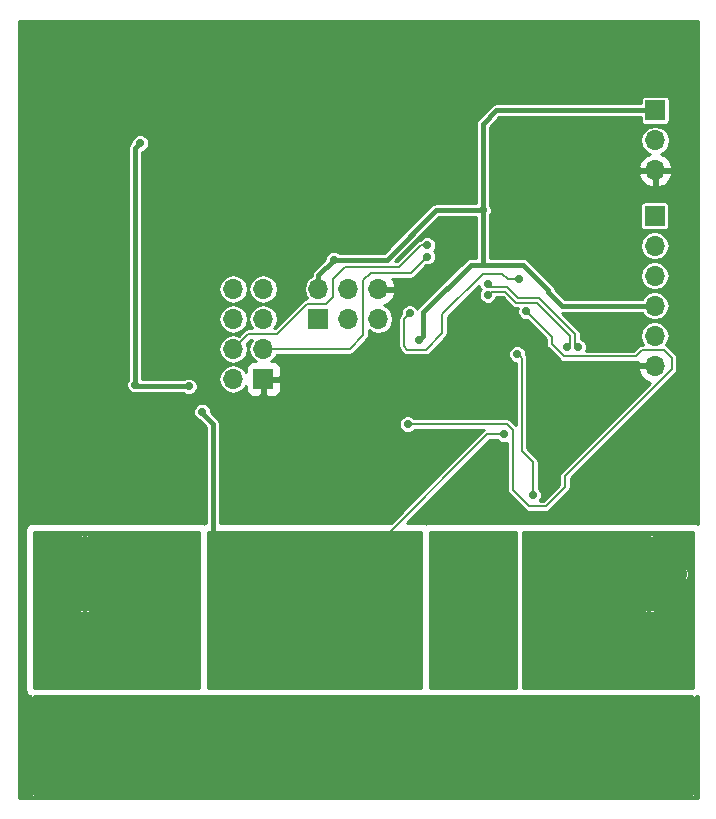
<source format=gbr>
G04 #@! TF.FileFunction,Copper,L2,Bot,Signal*
%FSLAX46Y46*%
G04 Gerber Fmt 4.6, Leading zero omitted, Abs format (unit mm)*
G04 Created by KiCad (PCBNEW 4.0.1-stable) date 29-05-2017 19:13:36*
%MOMM*%
G01*
G04 APERTURE LIST*
%ADD10C,0.100000*%
%ADD11C,6.400000*%
%ADD12C,0.600000*%
%ADD13R,1.700000X1.700000*%
%ADD14O,1.700000X1.700000*%
%ADD15C,0.736600*%
%ADD16C,0.406400*%
%ADD17C,0.203200*%
%ADD18C,0.254000*%
G04 APERTURE END LIST*
D10*
D11*
X262778836Y-136144000D03*
D12*
X260378836Y-136144000D03*
X261081780Y-134446944D03*
X262778836Y-133744000D03*
X264475892Y-134446944D03*
X265178836Y-136144000D03*
X264475892Y-137841056D03*
X262778836Y-138544000D03*
X261081780Y-137841056D03*
D13*
X234759500Y-114566700D03*
D14*
X234759500Y-112026700D03*
X237299500Y-114566700D03*
X237299500Y-112026700D03*
X239839500Y-114566700D03*
X239839500Y-112026700D03*
D13*
X263232900Y-105829100D03*
D14*
X263232900Y-108369100D03*
X263232900Y-110909100D03*
X263232900Y-113449100D03*
X263232900Y-115989100D03*
X263232900Y-118529100D03*
D13*
X230085900Y-119646700D03*
D14*
X227545900Y-119646700D03*
X230085900Y-117106700D03*
X227545900Y-117106700D03*
X230085900Y-114566700D03*
X227545900Y-114566700D03*
X230085900Y-112026700D03*
X227545900Y-112026700D03*
D13*
X263271000Y-96901000D03*
D14*
X263271000Y-99441000D03*
X263271000Y-101981000D03*
D11*
X214964000Y-136144000D03*
D12*
X217364000Y-136144000D03*
X216661056Y-137841056D03*
X214964000Y-138544000D03*
X213266944Y-137841056D03*
X212564000Y-136144000D03*
X213266944Y-134446944D03*
X214964000Y-133744000D03*
X216661056Y-134446944D03*
D11*
X214964000Y-151144000D03*
D12*
X217364000Y-151144000D03*
X216661056Y-152841056D03*
X214964000Y-153544000D03*
X213266944Y-152841056D03*
X212564000Y-151144000D03*
X213266944Y-149446944D03*
X214964000Y-148744000D03*
X216661056Y-149446944D03*
D11*
X262778836Y-151144000D03*
D12*
X265178836Y-151144000D03*
X264475892Y-152841056D03*
X262778836Y-153544000D03*
X261081780Y-152841056D03*
X260378836Y-151144000D03*
X261081780Y-149446944D03*
X262778836Y-148744000D03*
X264475892Y-149446944D03*
D15*
X223774000Y-120269000D03*
X224917000Y-122428000D03*
X250444000Y-124333000D03*
X232029000Y-133350000D03*
X232029000Y-134239000D03*
X232029000Y-139573000D03*
X232029000Y-138684000D03*
X232029000Y-137795000D03*
X231140000Y-139573000D03*
X229362000Y-139573000D03*
X230251000Y-139573000D03*
X228473000Y-139573000D03*
X227584000Y-139573000D03*
X226695000Y-139573000D03*
X225806000Y-139573000D03*
X240030000Y-137795000D03*
X240919000Y-137795000D03*
X241808000Y-137795000D03*
X242697000Y-137795000D03*
X242697000Y-134239000D03*
X242697000Y-135128000D03*
X242697000Y-136017000D03*
X242697000Y-136906000D03*
X241808000Y-136906000D03*
X240919000Y-136906000D03*
X240030000Y-136906000D03*
X240030000Y-134239000D03*
X240919000Y-134239000D03*
X240919000Y-135128000D03*
X240030000Y-135128000D03*
X240030000Y-136017000D03*
X240919000Y-136017000D03*
X241808000Y-136017000D03*
X241808000Y-135128000D03*
X241808000Y-134239000D03*
X237363000Y-134239000D03*
X237363000Y-133350000D03*
X236474000Y-133350000D03*
X236474000Y-134239000D03*
X237363000Y-138684000D03*
X237363000Y-137795000D03*
X236474000Y-137795000D03*
X236474000Y-138684000D03*
X225806000Y-138684000D03*
X226695000Y-138684000D03*
X227584000Y-138684000D03*
X228473000Y-138684000D03*
X229362000Y-138684000D03*
X230251000Y-138684000D03*
X231140000Y-138684000D03*
X231140000Y-137795000D03*
X231140000Y-134239000D03*
X231140000Y-133350000D03*
X230251000Y-133350000D03*
X229362000Y-133350000D03*
X228473000Y-133350000D03*
X227584000Y-133350000D03*
X226695000Y-133350000D03*
X225806000Y-133350000D03*
X219653100Y-99669600D03*
X219246700Y-120116600D03*
X222250000Y-134239000D03*
X222250000Y-133350000D03*
X223139000Y-133350000D03*
X224028000Y-133350000D03*
X222250000Y-137795000D03*
X222250000Y-138684000D03*
X223139000Y-138684000D03*
X224028000Y-138684000D03*
X249555000Y-120645400D03*
X217792300Y-120243600D03*
X218198700Y-99796600D03*
X243268500Y-116332000D03*
X236046619Y-109537500D03*
X248666000Y-105346500D03*
X242481100Y-114058700D03*
X251726700Y-111213900D03*
X248920000Y-138684000D03*
X248031000Y-138684000D03*
X247142000Y-138684000D03*
X245364000Y-139573000D03*
X246253000Y-139573000D03*
X247142000Y-139573000D03*
X248031000Y-139573000D03*
X248920000Y-139573000D03*
X249809000Y-139573000D03*
X250698000Y-139573000D03*
X252920500Y-129476500D03*
X251587000Y-117538500D03*
X243954300Y-109283500D03*
X243954300Y-108318300D03*
X252476000Y-133350000D03*
X253365000Y-133350000D03*
X255143000Y-133350000D03*
X254254000Y-133350000D03*
X256032000Y-133350000D03*
X256921000Y-133350000D03*
X257810000Y-133350000D03*
X258699000Y-133350000D03*
X258699000Y-134239000D03*
X258699000Y-135128000D03*
X256032000Y-140462000D03*
X252476000Y-140462000D03*
X253365000Y-140462000D03*
X254254000Y-140462000D03*
X255143000Y-140462000D03*
X256921000Y-140462000D03*
X257810000Y-140462000D03*
X258699000Y-140462000D03*
X258699000Y-139573000D03*
X258699000Y-138684000D03*
X257810000Y-138684000D03*
X257810000Y-139573000D03*
X256921000Y-139573000D03*
X256032000Y-139573000D03*
X255143000Y-139573000D03*
X254254000Y-139573000D03*
X253446034Y-139573000D03*
X252476000Y-139573000D03*
X257810000Y-134239000D03*
X257810000Y-135128000D03*
X256921000Y-134239000D03*
X256032000Y-134239000D03*
X255143000Y-134239000D03*
X254254000Y-134239000D03*
X253365000Y-134239000D03*
X252476000Y-134239000D03*
X242303299Y-123456701D03*
X252349000Y-113919000D03*
X256755900Y-116967000D03*
X249110500Y-111577600D03*
X255816100Y-116967000D03*
X249110500Y-112517400D03*
D16*
X223774000Y-120269000D02*
X219399100Y-120269000D01*
X219399100Y-120269000D02*
X219246700Y-120116600D01*
X225806000Y-123444000D02*
X224917000Y-122555000D01*
X224917000Y-122555000D02*
X224917000Y-122428000D01*
X225806000Y-133350000D02*
X225806000Y-123444000D01*
X219246700Y-120116600D02*
X219246700Y-100076000D01*
X219246700Y-100076000D02*
X219653100Y-99669600D01*
D17*
X240030000Y-133350000D02*
X249047000Y-124333000D01*
X249047000Y-124333000D02*
X250444000Y-124333000D01*
X237363000Y-133350000D02*
X240030000Y-133350000D01*
X232029000Y-134239000D02*
X232029000Y-133350000D01*
X232029000Y-138684000D02*
X232029000Y-139573000D01*
X231140000Y-137795000D02*
X232029000Y-137795000D01*
X230251000Y-139573000D02*
X229362000Y-139573000D01*
X227584000Y-139573000D02*
X228473000Y-139573000D01*
X225806000Y-139573000D02*
X226695000Y-139573000D01*
X241808000Y-137795000D02*
X240919000Y-137795000D01*
X242697000Y-136906000D02*
X242697000Y-137795000D01*
X242697000Y-136017000D02*
X242697000Y-135128000D01*
X241808000Y-136906000D02*
X242697000Y-136906000D01*
X240030000Y-136906000D02*
X240919000Y-136906000D01*
X240919000Y-134239000D02*
X240030000Y-134239000D01*
X240030000Y-135128000D02*
X240919000Y-135128000D01*
X240919000Y-136017000D02*
X240030000Y-136017000D01*
X241808000Y-135128000D02*
X241808000Y-136017000D01*
X236474000Y-134239000D02*
X235585000Y-134239000D01*
X237363000Y-133350000D02*
X237363000Y-134239000D01*
X236474000Y-134239000D02*
X236474000Y-133350000D01*
X237363000Y-137795000D02*
X237363000Y-138684000D01*
X236474000Y-138684000D02*
X236474000Y-137795000D01*
X227584000Y-138684000D02*
X226695000Y-138684000D01*
X229362000Y-138684000D02*
X228473000Y-138684000D01*
X231140000Y-138684000D02*
X230251000Y-138684000D01*
X231140000Y-133350000D02*
X231140000Y-134239000D01*
X229362000Y-133350000D02*
X230251000Y-133350000D01*
X227584000Y-133350000D02*
X228473000Y-133350000D01*
X225806000Y-133350000D02*
X226695000Y-133350000D01*
X222250000Y-133350000D02*
X222250000Y-134239000D01*
X224028000Y-133350000D02*
X223139000Y-133350000D01*
X222250000Y-138684000D02*
X222250000Y-137795000D01*
X224028000Y-138684000D02*
X223139000Y-138684000D01*
D16*
X218439846Y-121412000D02*
X229577000Y-121412000D01*
X229577000Y-121412000D02*
X230085900Y-120903100D01*
X230085900Y-120903100D02*
X230085900Y-119646700D01*
X217792300Y-120243600D02*
X217792300Y-120764454D01*
X217792300Y-120764454D02*
X218439846Y-121412000D01*
X218198700Y-99796600D02*
X218198700Y-119837200D01*
X218198700Y-119837200D02*
X217792300Y-120243600D01*
X250444000Y-116586000D02*
X249555000Y-117475000D01*
X249555000Y-117475000D02*
X249555000Y-120645400D01*
X253619000Y-116586000D02*
X250444000Y-116586000D01*
X255562100Y-118529100D02*
X253619000Y-116586000D01*
X263232900Y-118529100D02*
X255562100Y-118529100D01*
X230085900Y-119646700D02*
X239026700Y-119646700D01*
X239026700Y-119646700D02*
X239280700Y-119900700D01*
X240804700Y-121424700D02*
X248775700Y-121424700D01*
X248775700Y-121424700D02*
X249555000Y-120645400D01*
X239280700Y-119900700D02*
X240804700Y-121424700D01*
X239280700Y-117360700D02*
X239280700Y-119900700D01*
X239839500Y-112026700D02*
X241041581Y-112026700D01*
X241041581Y-112026700D02*
X241312700Y-112297819D01*
X241312700Y-112297819D02*
X241312700Y-115328700D01*
X241312700Y-115328700D02*
X239280700Y-117360700D01*
X248666000Y-98044000D02*
X249809000Y-96901000D01*
X249809000Y-96901000D02*
X263271000Y-96901000D01*
X248666000Y-105346500D02*
X248666000Y-98044000D01*
X255409700Y-113449100D02*
X263232900Y-113449100D01*
X243268500Y-116332000D02*
X243636799Y-115963701D01*
X243636799Y-115963701D02*
X243636799Y-113995201D01*
X247662700Y-109969300D02*
X248666000Y-109969300D01*
X243636799Y-113995201D02*
X247662700Y-109969300D01*
X248666000Y-109969300D02*
X252107700Y-109969300D01*
X252107700Y-109969300D02*
X254215900Y-112077500D01*
X254215900Y-112077500D02*
X254215900Y-112255300D01*
X254215900Y-112255300D02*
X255409700Y-113449100D01*
X248666000Y-105346500D02*
X248666000Y-109969300D01*
X240550700Y-109537500D02*
X244741700Y-105346500D01*
X244741700Y-105346500D02*
X248666000Y-105346500D01*
X236046619Y-109537500D02*
X240550700Y-109537500D01*
X234759500Y-110824619D02*
X236046619Y-109537500D01*
X234759500Y-112026700D02*
X234759500Y-110824619D01*
D17*
X243840000Y-117157500D02*
X242277900Y-117157500D01*
X245237000Y-115760500D02*
X243840000Y-117157500D01*
X245237000Y-114173000D02*
X245237000Y-115760500D01*
X248666000Y-110744000D02*
X245237000Y-114173000D01*
X250317000Y-110744000D02*
X248666000Y-110744000D01*
X250786900Y-111213900D02*
X250317000Y-110744000D01*
X251726700Y-111213900D02*
X250786900Y-111213900D01*
X241985799Y-116865399D02*
X241985799Y-114554001D01*
X241985799Y-114554001D02*
X242481100Y-114058700D01*
X242277900Y-117157500D02*
X241985799Y-116865399D01*
X248031000Y-138684000D02*
X248920000Y-138684000D01*
X247142000Y-139573000D02*
X247142000Y-138684000D01*
X247142000Y-139573000D02*
X246253000Y-139573000D01*
X248920000Y-139573000D02*
X248031000Y-139573000D01*
X249809000Y-139573000D02*
X248920000Y-139573000D01*
X250698000Y-139573000D02*
X249809000Y-139573000D01*
X251955299Y-125717299D02*
X252920500Y-126682500D01*
X252920500Y-126682500D02*
X252920500Y-129476500D01*
X251587000Y-117538500D02*
X251955299Y-117906799D01*
X251955299Y-117906799D02*
X251955299Y-125717299D01*
X239179100Y-110655100D02*
X242582700Y-110655100D01*
X242582700Y-110655100D02*
X243586001Y-109651799D01*
X238569500Y-111264700D02*
X239179100Y-110655100D01*
X238569500Y-115938300D02*
X238569500Y-111264700D01*
X230085900Y-117106700D02*
X237401100Y-117106700D01*
X243586001Y-109651799D02*
X243954300Y-109283500D01*
X237401100Y-117106700D02*
X238569500Y-115938300D01*
X235419900Y-113296700D02*
X233780858Y-113296700D01*
X233780858Y-113296700D02*
X231254300Y-115823258D01*
X231254300Y-115823258D02*
X231254300Y-115836700D01*
X236029500Y-112687100D02*
X235419900Y-113296700D01*
X236029500Y-111163100D02*
X236029500Y-112687100D01*
X237045500Y-110147100D02*
X236029500Y-111163100D01*
X241604646Y-110147100D02*
X237045500Y-110147100D01*
X243954300Y-108318300D02*
X243433446Y-108318300D01*
X243433446Y-108318300D02*
X241604646Y-110147100D01*
X228815900Y-115836700D02*
X227545900Y-117106700D01*
X231254300Y-115836700D02*
X228815900Y-115836700D01*
X253365000Y-133350000D02*
X252476000Y-133350000D01*
X254254000Y-133350000D02*
X255143000Y-133350000D01*
X256921000Y-133350000D02*
X256032000Y-133350000D01*
X258699000Y-133350000D02*
X257810000Y-133350000D01*
X258699000Y-135128000D02*
X258699000Y-134239000D01*
X256921000Y-140462000D02*
X256032000Y-140462000D01*
X256032000Y-140462000D02*
X255143000Y-140462000D01*
X252476000Y-140462000D02*
X256032000Y-140462000D01*
X254254000Y-140462000D02*
X253365000Y-140462000D01*
X258699000Y-140462000D02*
X257810000Y-140462000D01*
X258699000Y-138684000D02*
X258699000Y-139573000D01*
X257810000Y-139573000D02*
X257810000Y-138684000D01*
X256032000Y-139573000D02*
X256921000Y-139573000D01*
X254254000Y-139573000D02*
X255143000Y-139573000D01*
X252476000Y-139573000D02*
X253446034Y-139573000D01*
X256032000Y-134239000D02*
X256921000Y-134239000D01*
X254254000Y-134239000D02*
X255143000Y-134239000D01*
X252476000Y-134239000D02*
X253365000Y-134239000D01*
X252603000Y-130429000D02*
X254000000Y-130429000D01*
X254000000Y-130429000D02*
X255651000Y-128778000D01*
X251206000Y-129032000D02*
X252603000Y-130429000D01*
X251206000Y-123952000D02*
X251206000Y-129032000D01*
X250710701Y-123456701D02*
X251206000Y-123952000D01*
X242303299Y-123456701D02*
X250710701Y-123456701D01*
X255651000Y-127820106D02*
X255651000Y-128778000D01*
X264668000Y-117856000D02*
X264668000Y-118803106D01*
X264668000Y-118803106D02*
X255651000Y-127820106D01*
X264033000Y-117221000D02*
X264668000Y-117856000D01*
X262128000Y-117221000D02*
X264033000Y-117221000D01*
X261620000Y-117729000D02*
X262128000Y-117221000D01*
X255524000Y-117729000D02*
X261620000Y-117729000D01*
X254508000Y-116713000D02*
X255524000Y-117729000D01*
X254508000Y-116078000D02*
X254508000Y-116713000D01*
X252349000Y-113919000D02*
X254508000Y-116078000D01*
X253449168Y-112763300D02*
X256489199Y-115803331D01*
X256489199Y-115803331D02*
X256489199Y-116700299D01*
X256489199Y-116700299D02*
X256755900Y-116967000D01*
X251671168Y-112763300D02*
X253449168Y-112763300D01*
X250752169Y-111844301D02*
X251671168Y-112763300D01*
X249110500Y-111577600D02*
X249377201Y-111844301D01*
X249377201Y-111844301D02*
X250752169Y-111844301D01*
X253280832Y-113169700D02*
X256082801Y-115971669D01*
X256082801Y-115971669D02*
X256082801Y-116700299D01*
X256082801Y-116700299D02*
X255816100Y-116967000D01*
X251502832Y-113169700D02*
X253280832Y-113169700D01*
X250583831Y-112250699D02*
X251502832Y-113169700D01*
X249110500Y-112517400D02*
X249377201Y-112250699D01*
X249377201Y-112250699D02*
X250583831Y-112250699D01*
D18*
G36*
X251460000Y-145796000D02*
X244221000Y-145796000D01*
X244221000Y-132588000D01*
X251460000Y-132588000D01*
X251460000Y-145796000D01*
X251460000Y-145796000D01*
G37*
X251460000Y-145796000D02*
X244221000Y-145796000D01*
X244221000Y-132588000D01*
X251460000Y-132588000D01*
X251460000Y-145796000D01*
G36*
X243459000Y-145796000D02*
X225425000Y-145796000D01*
X225425000Y-132588000D01*
X243459000Y-132588000D01*
X243459000Y-145796000D01*
X243459000Y-145796000D01*
G37*
X243459000Y-145796000D02*
X225425000Y-145796000D01*
X225425000Y-132588000D01*
X243459000Y-132588000D01*
X243459000Y-145796000D01*
G36*
X224663000Y-145796000D02*
X210693000Y-145796000D01*
X210693000Y-136329167D01*
X211628838Y-136329167D01*
X211770883Y-136672943D01*
X212033673Y-136936192D01*
X212377201Y-137078838D01*
X212706760Y-137079125D01*
X212474752Y-137310729D01*
X212332106Y-137654257D01*
X212331782Y-138026223D01*
X212473827Y-138369999D01*
X212736617Y-138633248D01*
X213080145Y-138775894D01*
X213452111Y-138776218D01*
X213795887Y-138634173D01*
X214029124Y-138401343D01*
X214028838Y-138729167D01*
X214170883Y-139072943D01*
X214433673Y-139336192D01*
X214777201Y-139478838D01*
X215149167Y-139479162D01*
X215492943Y-139337117D01*
X215756192Y-139074327D01*
X215898838Y-138730799D01*
X215899125Y-138401240D01*
X216130729Y-138633248D01*
X216474257Y-138775894D01*
X216846223Y-138776218D01*
X217189999Y-138634173D01*
X217453248Y-138371383D01*
X217595894Y-138027855D01*
X217596218Y-137655889D01*
X217454173Y-137312113D01*
X217221343Y-137078876D01*
X217549167Y-137079162D01*
X217892943Y-136937117D01*
X218156192Y-136674327D01*
X218298838Y-136330799D01*
X218299162Y-135958833D01*
X218157117Y-135615057D01*
X217894327Y-135351808D01*
X217550799Y-135209162D01*
X217221240Y-135208875D01*
X217453248Y-134977271D01*
X217595894Y-134633743D01*
X217596218Y-134261777D01*
X217454173Y-133918001D01*
X217191383Y-133654752D01*
X216847855Y-133512106D01*
X216475889Y-133511782D01*
X216132113Y-133653827D01*
X215898876Y-133886657D01*
X215899162Y-133558833D01*
X215757117Y-133215057D01*
X215494327Y-132951808D01*
X215150799Y-132809162D01*
X214778833Y-132808838D01*
X214435057Y-132950883D01*
X214171808Y-133213673D01*
X214029162Y-133557201D01*
X214028875Y-133886760D01*
X213797271Y-133654752D01*
X213453743Y-133512106D01*
X213081777Y-133511782D01*
X212738001Y-133653827D01*
X212474752Y-133916617D01*
X212332106Y-134260145D01*
X212331782Y-134632111D01*
X212473827Y-134975887D01*
X212706657Y-135209124D01*
X212378833Y-135208838D01*
X212035057Y-135350883D01*
X211771808Y-135613673D01*
X211629162Y-135957201D01*
X211628838Y-136329167D01*
X210693000Y-136329167D01*
X210693000Y-132588000D01*
X224663000Y-132588000D01*
X224663000Y-145796000D01*
X224663000Y-145796000D01*
G37*
X224663000Y-145796000D02*
X210693000Y-145796000D01*
X210693000Y-136329167D01*
X211628838Y-136329167D01*
X211770883Y-136672943D01*
X212033673Y-136936192D01*
X212377201Y-137078838D01*
X212706760Y-137079125D01*
X212474752Y-137310729D01*
X212332106Y-137654257D01*
X212331782Y-138026223D01*
X212473827Y-138369999D01*
X212736617Y-138633248D01*
X213080145Y-138775894D01*
X213452111Y-138776218D01*
X213795887Y-138634173D01*
X214029124Y-138401343D01*
X214028838Y-138729167D01*
X214170883Y-139072943D01*
X214433673Y-139336192D01*
X214777201Y-139478838D01*
X215149167Y-139479162D01*
X215492943Y-139337117D01*
X215756192Y-139074327D01*
X215898838Y-138730799D01*
X215899125Y-138401240D01*
X216130729Y-138633248D01*
X216474257Y-138775894D01*
X216846223Y-138776218D01*
X217189999Y-138634173D01*
X217453248Y-138371383D01*
X217595894Y-138027855D01*
X217596218Y-137655889D01*
X217454173Y-137312113D01*
X217221343Y-137078876D01*
X217549167Y-137079162D01*
X217892943Y-136937117D01*
X218156192Y-136674327D01*
X218298838Y-136330799D01*
X218299162Y-135958833D01*
X218157117Y-135615057D01*
X217894327Y-135351808D01*
X217550799Y-135209162D01*
X217221240Y-135208875D01*
X217453248Y-134977271D01*
X217595894Y-134633743D01*
X217596218Y-134261777D01*
X217454173Y-133918001D01*
X217191383Y-133654752D01*
X216847855Y-133512106D01*
X216475889Y-133511782D01*
X216132113Y-133653827D01*
X215898876Y-133886657D01*
X215899162Y-133558833D01*
X215757117Y-133215057D01*
X215494327Y-132951808D01*
X215150799Y-132809162D01*
X214778833Y-132808838D01*
X214435057Y-132950883D01*
X214171808Y-133213673D01*
X214029162Y-133557201D01*
X214028875Y-133886760D01*
X213797271Y-133654752D01*
X213453743Y-133512106D01*
X213081777Y-133511782D01*
X212738001Y-133653827D01*
X212474752Y-133916617D01*
X212332106Y-134260145D01*
X212331782Y-134632111D01*
X212473827Y-134975887D01*
X212706657Y-135209124D01*
X212378833Y-135208838D01*
X212035057Y-135350883D01*
X211771808Y-135613673D01*
X211629162Y-135957201D01*
X211628838Y-136329167D01*
X210693000Y-136329167D01*
X210693000Y-132588000D01*
X224663000Y-132588000D01*
X224663000Y-145796000D01*
G36*
X214433673Y-134536192D02*
X214777201Y-134678838D01*
X215149167Y-134679162D01*
X215492943Y-134537117D01*
X215726180Y-134304287D01*
X215725894Y-134632111D01*
X215867939Y-134975887D01*
X216130729Y-135239136D01*
X216474257Y-135381782D01*
X216803816Y-135382069D01*
X216571808Y-135613673D01*
X216429162Y-135957201D01*
X216428838Y-136329167D01*
X216570883Y-136672943D01*
X216803713Y-136906180D01*
X216475889Y-136905894D01*
X216132113Y-137047939D01*
X215868864Y-137310729D01*
X215726218Y-137654257D01*
X215725931Y-137983816D01*
X215494327Y-137751808D01*
X215150799Y-137609162D01*
X214778833Y-137608838D01*
X214435057Y-137750883D01*
X214201820Y-137983713D01*
X214202106Y-137655889D01*
X214060061Y-137312113D01*
X213797271Y-137048864D01*
X213453743Y-136906218D01*
X213124184Y-136905931D01*
X213356192Y-136674327D01*
X213498838Y-136330799D01*
X213499162Y-135958833D01*
X213357117Y-135615057D01*
X213124287Y-135381820D01*
X213452111Y-135382106D01*
X213795887Y-135240061D01*
X214059136Y-134977271D01*
X214201782Y-134633743D01*
X214202069Y-134304184D01*
X214433673Y-134536192D01*
X214433673Y-134536192D01*
G37*
X214433673Y-134536192D02*
X214777201Y-134678838D01*
X215149167Y-134679162D01*
X215492943Y-134537117D01*
X215726180Y-134304287D01*
X215725894Y-134632111D01*
X215867939Y-134975887D01*
X216130729Y-135239136D01*
X216474257Y-135381782D01*
X216803816Y-135382069D01*
X216571808Y-135613673D01*
X216429162Y-135957201D01*
X216428838Y-136329167D01*
X216570883Y-136672943D01*
X216803713Y-136906180D01*
X216475889Y-136905894D01*
X216132113Y-137047939D01*
X215868864Y-137310729D01*
X215726218Y-137654257D01*
X215725931Y-137983816D01*
X215494327Y-137751808D01*
X215150799Y-137609162D01*
X214778833Y-137608838D01*
X214435057Y-137750883D01*
X214201820Y-137983713D01*
X214202106Y-137655889D01*
X214060061Y-137312113D01*
X213797271Y-137048864D01*
X213453743Y-136906218D01*
X213124184Y-136905931D01*
X213356192Y-136674327D01*
X213498838Y-136330799D01*
X213499162Y-135958833D01*
X213357117Y-135615057D01*
X213124287Y-135381820D01*
X213452111Y-135382106D01*
X213795887Y-135240061D01*
X214059136Y-134977271D01*
X214201782Y-134633743D01*
X214202069Y-134304184D01*
X214433673Y-134536192D01*
G36*
X266446000Y-145796000D02*
X252095000Y-145796000D01*
X252095000Y-136329167D01*
X259443674Y-136329167D01*
X259585719Y-136672943D01*
X259848509Y-136936192D01*
X260192037Y-137078838D01*
X260521596Y-137079125D01*
X260289588Y-137310729D01*
X260146942Y-137654257D01*
X260146618Y-138026223D01*
X260288663Y-138369999D01*
X260551453Y-138633248D01*
X260894981Y-138775894D01*
X261266947Y-138776218D01*
X261610723Y-138634173D01*
X261843960Y-138401343D01*
X261843674Y-138729167D01*
X261985719Y-139072943D01*
X262248509Y-139336192D01*
X262592037Y-139478838D01*
X262964003Y-139479162D01*
X263307779Y-139337117D01*
X263571028Y-139074327D01*
X263713674Y-138730799D01*
X263713961Y-138401240D01*
X263945565Y-138633248D01*
X264289093Y-138775894D01*
X264661059Y-138776218D01*
X265004835Y-138634173D01*
X265268084Y-138371383D01*
X265410730Y-138027855D01*
X265411054Y-137655889D01*
X265269009Y-137312113D01*
X265036179Y-137078876D01*
X265364003Y-137079162D01*
X265707779Y-136937117D01*
X265971028Y-136674327D01*
X266113674Y-136330799D01*
X266113998Y-135958833D01*
X265971953Y-135615057D01*
X265709163Y-135351808D01*
X265365635Y-135209162D01*
X265036076Y-135208875D01*
X265268084Y-134977271D01*
X265410730Y-134633743D01*
X265411054Y-134261777D01*
X265269009Y-133918001D01*
X265006219Y-133654752D01*
X264662691Y-133512106D01*
X264290725Y-133511782D01*
X263946949Y-133653827D01*
X263713712Y-133886657D01*
X263713998Y-133558833D01*
X263571953Y-133215057D01*
X263309163Y-132951808D01*
X262965635Y-132809162D01*
X262593669Y-132808838D01*
X262249893Y-132950883D01*
X261986644Y-133213673D01*
X261843998Y-133557201D01*
X261843711Y-133886760D01*
X261612107Y-133654752D01*
X261268579Y-133512106D01*
X260896613Y-133511782D01*
X260552837Y-133653827D01*
X260289588Y-133916617D01*
X260146942Y-134260145D01*
X260146618Y-134632111D01*
X260288663Y-134975887D01*
X260521493Y-135209124D01*
X260193669Y-135208838D01*
X259849893Y-135350883D01*
X259586644Y-135613673D01*
X259443998Y-135957201D01*
X259443674Y-136329167D01*
X252095000Y-136329167D01*
X252095000Y-132588000D01*
X266446000Y-132588000D01*
X266446000Y-145796000D01*
X266446000Y-145796000D01*
G37*
X266446000Y-145796000D02*
X252095000Y-145796000D01*
X252095000Y-136329167D01*
X259443674Y-136329167D01*
X259585719Y-136672943D01*
X259848509Y-136936192D01*
X260192037Y-137078838D01*
X260521596Y-137079125D01*
X260289588Y-137310729D01*
X260146942Y-137654257D01*
X260146618Y-138026223D01*
X260288663Y-138369999D01*
X260551453Y-138633248D01*
X260894981Y-138775894D01*
X261266947Y-138776218D01*
X261610723Y-138634173D01*
X261843960Y-138401343D01*
X261843674Y-138729167D01*
X261985719Y-139072943D01*
X262248509Y-139336192D01*
X262592037Y-139478838D01*
X262964003Y-139479162D01*
X263307779Y-139337117D01*
X263571028Y-139074327D01*
X263713674Y-138730799D01*
X263713961Y-138401240D01*
X263945565Y-138633248D01*
X264289093Y-138775894D01*
X264661059Y-138776218D01*
X265004835Y-138634173D01*
X265268084Y-138371383D01*
X265410730Y-138027855D01*
X265411054Y-137655889D01*
X265269009Y-137312113D01*
X265036179Y-137078876D01*
X265364003Y-137079162D01*
X265707779Y-136937117D01*
X265971028Y-136674327D01*
X266113674Y-136330799D01*
X266113998Y-135958833D01*
X265971953Y-135615057D01*
X265709163Y-135351808D01*
X265365635Y-135209162D01*
X265036076Y-135208875D01*
X265268084Y-134977271D01*
X265410730Y-134633743D01*
X265411054Y-134261777D01*
X265269009Y-133918001D01*
X265006219Y-133654752D01*
X264662691Y-133512106D01*
X264290725Y-133511782D01*
X263946949Y-133653827D01*
X263713712Y-133886657D01*
X263713998Y-133558833D01*
X263571953Y-133215057D01*
X263309163Y-132951808D01*
X262965635Y-132809162D01*
X262593669Y-132808838D01*
X262249893Y-132950883D01*
X261986644Y-133213673D01*
X261843998Y-133557201D01*
X261843711Y-133886760D01*
X261612107Y-133654752D01*
X261268579Y-133512106D01*
X260896613Y-133511782D01*
X260552837Y-133653827D01*
X260289588Y-133916617D01*
X260146942Y-134260145D01*
X260146618Y-134632111D01*
X260288663Y-134975887D01*
X260521493Y-135209124D01*
X260193669Y-135208838D01*
X259849893Y-135350883D01*
X259586644Y-135613673D01*
X259443998Y-135957201D01*
X259443674Y-136329167D01*
X252095000Y-136329167D01*
X252095000Y-132588000D01*
X266446000Y-132588000D01*
X266446000Y-145796000D01*
G36*
X262248509Y-134536192D02*
X262592037Y-134678838D01*
X262964003Y-134679162D01*
X263307779Y-134537117D01*
X263541016Y-134304287D01*
X263540730Y-134632111D01*
X263682775Y-134975887D01*
X263945565Y-135239136D01*
X264289093Y-135381782D01*
X264618652Y-135382069D01*
X264386644Y-135613673D01*
X264243998Y-135957201D01*
X264243674Y-136329167D01*
X264385719Y-136672943D01*
X264618549Y-136906180D01*
X264290725Y-136905894D01*
X263946949Y-137047939D01*
X263683700Y-137310729D01*
X263541054Y-137654257D01*
X263540767Y-137983816D01*
X263309163Y-137751808D01*
X262965635Y-137609162D01*
X262593669Y-137608838D01*
X262249893Y-137750883D01*
X262016656Y-137983713D01*
X262016942Y-137655889D01*
X261874897Y-137312113D01*
X261612107Y-137048864D01*
X261268579Y-136906218D01*
X260939020Y-136905931D01*
X261171028Y-136674327D01*
X261313674Y-136330799D01*
X261313998Y-135958833D01*
X261171953Y-135615057D01*
X260939123Y-135381820D01*
X261266947Y-135382106D01*
X261610723Y-135240061D01*
X261873972Y-134977271D01*
X262016618Y-134633743D01*
X262016905Y-134304184D01*
X262248509Y-134536192D01*
X262248509Y-134536192D01*
G37*
X262248509Y-134536192D02*
X262592037Y-134678838D01*
X262964003Y-134679162D01*
X263307779Y-134537117D01*
X263541016Y-134304287D01*
X263540730Y-134632111D01*
X263682775Y-134975887D01*
X263945565Y-135239136D01*
X264289093Y-135381782D01*
X264618652Y-135382069D01*
X264386644Y-135613673D01*
X264243998Y-135957201D01*
X264243674Y-136329167D01*
X264385719Y-136672943D01*
X264618549Y-136906180D01*
X264290725Y-136905894D01*
X263946949Y-137047939D01*
X263683700Y-137310729D01*
X263541054Y-137654257D01*
X263540767Y-137983816D01*
X263309163Y-137751808D01*
X262965635Y-137609162D01*
X262593669Y-137608838D01*
X262249893Y-137750883D01*
X262016656Y-137983713D01*
X262016942Y-137655889D01*
X261874897Y-137312113D01*
X261612107Y-137048864D01*
X261268579Y-136906218D01*
X260939020Y-136905931D01*
X261171028Y-136674327D01*
X261313674Y-136330799D01*
X261313998Y-135958833D01*
X261171953Y-135615057D01*
X260939123Y-135381820D01*
X261266947Y-135382106D01*
X261610723Y-135240061D01*
X261873972Y-134977271D01*
X262016618Y-134633743D01*
X262016905Y-134304184D01*
X262248509Y-134536192D01*
G36*
X266424969Y-154813000D02*
X210671969Y-154813000D01*
X210671969Y-153678865D01*
X214282882Y-153678865D01*
X214386339Y-153929252D01*
X214577741Y-154120987D01*
X214827946Y-154224882D01*
X215098865Y-154225118D01*
X215349252Y-154121661D01*
X215540987Y-153930259D01*
X215644882Y-153680054D01*
X215644883Y-153678865D01*
X262097718Y-153678865D01*
X262201175Y-153929252D01*
X262392577Y-154120987D01*
X262642782Y-154224882D01*
X262913701Y-154225118D01*
X263164088Y-154121661D01*
X263355823Y-153930259D01*
X263459718Y-153680054D01*
X263459954Y-153409135D01*
X263356497Y-153158748D01*
X263173988Y-152975921D01*
X263794774Y-152975921D01*
X263898231Y-153226308D01*
X264089633Y-153418043D01*
X264339838Y-153521938D01*
X264610757Y-153522174D01*
X264861144Y-153418717D01*
X265052879Y-153227315D01*
X265156774Y-152977110D01*
X265157010Y-152706191D01*
X265053553Y-152455804D01*
X264862151Y-152264069D01*
X264611946Y-152160174D01*
X264341027Y-152159938D01*
X264090640Y-152263395D01*
X263898905Y-152454797D01*
X263795010Y-152705002D01*
X263794774Y-152975921D01*
X263173988Y-152975921D01*
X263165095Y-152967013D01*
X262914890Y-152863118D01*
X262643971Y-152862882D01*
X262393584Y-152966339D01*
X262201849Y-153157741D01*
X262097954Y-153407946D01*
X262097718Y-153678865D01*
X215644883Y-153678865D01*
X215645118Y-153409135D01*
X215541661Y-153158748D01*
X215359152Y-152975921D01*
X215979938Y-152975921D01*
X216083395Y-153226308D01*
X216274797Y-153418043D01*
X216525002Y-153521938D01*
X216795921Y-153522174D01*
X217046308Y-153418717D01*
X217238043Y-153227315D01*
X217341938Y-152977110D01*
X217341939Y-152975921D01*
X260400662Y-152975921D01*
X260504119Y-153226308D01*
X260695521Y-153418043D01*
X260945726Y-153521938D01*
X261216645Y-153522174D01*
X261467032Y-153418717D01*
X261658767Y-153227315D01*
X261762662Y-152977110D01*
X261762898Y-152706191D01*
X261659441Y-152455804D01*
X261468039Y-152264069D01*
X261217834Y-152160174D01*
X260946915Y-152159938D01*
X260696528Y-152263395D01*
X260504793Y-152454797D01*
X260400898Y-152705002D01*
X260400662Y-152975921D01*
X217341939Y-152975921D01*
X217342174Y-152706191D01*
X217238717Y-152455804D01*
X217047315Y-152264069D01*
X216797110Y-152160174D01*
X216526191Y-152159938D01*
X216275804Y-152263395D01*
X216084069Y-152454797D01*
X215980174Y-152705002D01*
X215979938Y-152975921D01*
X215359152Y-152975921D01*
X215350259Y-152967013D01*
X215100054Y-152863118D01*
X214829135Y-152862882D01*
X214578748Y-152966339D01*
X214387013Y-153157741D01*
X214283118Y-153407946D01*
X214282882Y-153678865D01*
X210671969Y-153678865D01*
X210671969Y-152975921D01*
X212585826Y-152975921D01*
X212689283Y-153226308D01*
X212880685Y-153418043D01*
X213130890Y-153521938D01*
X213401809Y-153522174D01*
X213652196Y-153418717D01*
X213843931Y-153227315D01*
X213947826Y-152977110D01*
X213948062Y-152706191D01*
X213844605Y-152455804D01*
X213653203Y-152264069D01*
X213402998Y-152160174D01*
X213132079Y-152159938D01*
X212881692Y-152263395D01*
X212689957Y-152454797D01*
X212586062Y-152705002D01*
X212585826Y-152975921D01*
X210671969Y-152975921D01*
X210671969Y-151278865D01*
X211882882Y-151278865D01*
X211986339Y-151529252D01*
X212177741Y-151720987D01*
X212427946Y-151824882D01*
X212698865Y-151825118D01*
X212949252Y-151721661D01*
X213140987Y-151530259D01*
X213244882Y-151280054D01*
X213244883Y-151278865D01*
X216682882Y-151278865D01*
X216786339Y-151529252D01*
X216977741Y-151720987D01*
X217227946Y-151824882D01*
X217498865Y-151825118D01*
X217749252Y-151721661D01*
X217940987Y-151530259D01*
X218044882Y-151280054D01*
X218044883Y-151278865D01*
X259697718Y-151278865D01*
X259801175Y-151529252D01*
X259992577Y-151720987D01*
X260242782Y-151824882D01*
X260513701Y-151825118D01*
X260764088Y-151721661D01*
X260955823Y-151530259D01*
X261059718Y-151280054D01*
X261059719Y-151278865D01*
X264497718Y-151278865D01*
X264601175Y-151529252D01*
X264792577Y-151720987D01*
X265042782Y-151824882D01*
X265313701Y-151825118D01*
X265564088Y-151721661D01*
X265755823Y-151530259D01*
X265859718Y-151280054D01*
X265859954Y-151009135D01*
X265756497Y-150758748D01*
X265565095Y-150567013D01*
X265314890Y-150463118D01*
X265043971Y-150462882D01*
X264793584Y-150566339D01*
X264601849Y-150757741D01*
X264497954Y-151007946D01*
X264497718Y-151278865D01*
X261059719Y-151278865D01*
X261059954Y-151009135D01*
X260956497Y-150758748D01*
X260765095Y-150567013D01*
X260514890Y-150463118D01*
X260243971Y-150462882D01*
X259993584Y-150566339D01*
X259801849Y-150757741D01*
X259697954Y-151007946D01*
X259697718Y-151278865D01*
X218044883Y-151278865D01*
X218045118Y-151009135D01*
X217941661Y-150758748D01*
X217750259Y-150567013D01*
X217500054Y-150463118D01*
X217229135Y-150462882D01*
X216978748Y-150566339D01*
X216787013Y-150757741D01*
X216683118Y-151007946D01*
X216682882Y-151278865D01*
X213244883Y-151278865D01*
X213245118Y-151009135D01*
X213141661Y-150758748D01*
X212950259Y-150567013D01*
X212700054Y-150463118D01*
X212429135Y-150462882D01*
X212178748Y-150566339D01*
X211987013Y-150757741D01*
X211883118Y-151007946D01*
X211882882Y-151278865D01*
X210671969Y-151278865D01*
X210671969Y-149581809D01*
X212585826Y-149581809D01*
X212689283Y-149832196D01*
X212880685Y-150023931D01*
X213130890Y-150127826D01*
X213401809Y-150128062D01*
X213652196Y-150024605D01*
X213843931Y-149833203D01*
X213947826Y-149582998D01*
X213947827Y-149581809D01*
X215979938Y-149581809D01*
X216083395Y-149832196D01*
X216274797Y-150023931D01*
X216525002Y-150127826D01*
X216795921Y-150128062D01*
X217046308Y-150024605D01*
X217238043Y-149833203D01*
X217341938Y-149582998D01*
X217341939Y-149581809D01*
X260400662Y-149581809D01*
X260504119Y-149832196D01*
X260695521Y-150023931D01*
X260945726Y-150127826D01*
X261216645Y-150128062D01*
X261467032Y-150024605D01*
X261658767Y-149833203D01*
X261762662Y-149582998D01*
X261762663Y-149581809D01*
X263794774Y-149581809D01*
X263898231Y-149832196D01*
X264089633Y-150023931D01*
X264339838Y-150127826D01*
X264610757Y-150128062D01*
X264861144Y-150024605D01*
X265052879Y-149833203D01*
X265156774Y-149582998D01*
X265157010Y-149312079D01*
X265053553Y-149061692D01*
X264862151Y-148869957D01*
X264611946Y-148766062D01*
X264341027Y-148765826D01*
X264090640Y-148869283D01*
X263898905Y-149060685D01*
X263795010Y-149310890D01*
X263794774Y-149581809D01*
X261762663Y-149581809D01*
X261762898Y-149312079D01*
X261659441Y-149061692D01*
X261476932Y-148878865D01*
X262097718Y-148878865D01*
X262201175Y-149129252D01*
X262392577Y-149320987D01*
X262642782Y-149424882D01*
X262913701Y-149425118D01*
X263164088Y-149321661D01*
X263355823Y-149130259D01*
X263459718Y-148880054D01*
X263459954Y-148609135D01*
X263356497Y-148358748D01*
X263165095Y-148167013D01*
X262914890Y-148063118D01*
X262643971Y-148062882D01*
X262393584Y-148166339D01*
X262201849Y-148357741D01*
X262097954Y-148607946D01*
X262097718Y-148878865D01*
X261476932Y-148878865D01*
X261468039Y-148869957D01*
X261217834Y-148766062D01*
X260946915Y-148765826D01*
X260696528Y-148869283D01*
X260504793Y-149060685D01*
X260400898Y-149310890D01*
X260400662Y-149581809D01*
X217341939Y-149581809D01*
X217342174Y-149312079D01*
X217238717Y-149061692D01*
X217047315Y-148869957D01*
X216797110Y-148766062D01*
X216526191Y-148765826D01*
X216275804Y-148869283D01*
X216084069Y-149060685D01*
X215980174Y-149310890D01*
X215979938Y-149581809D01*
X213947827Y-149581809D01*
X213948062Y-149312079D01*
X213844605Y-149061692D01*
X213662096Y-148878865D01*
X214282882Y-148878865D01*
X214386339Y-149129252D01*
X214577741Y-149320987D01*
X214827946Y-149424882D01*
X215098865Y-149425118D01*
X215349252Y-149321661D01*
X215540987Y-149130259D01*
X215644882Y-148880054D01*
X215645118Y-148609135D01*
X215541661Y-148358748D01*
X215350259Y-148167013D01*
X215100054Y-148063118D01*
X214829135Y-148062882D01*
X214578748Y-148166339D01*
X214387013Y-148357741D01*
X214283118Y-148607946D01*
X214282882Y-148878865D01*
X213662096Y-148878865D01*
X213653203Y-148869957D01*
X213402998Y-148766062D01*
X213132079Y-148765826D01*
X212881692Y-148869283D01*
X212689957Y-149060685D01*
X212586062Y-149310890D01*
X212585826Y-149581809D01*
X210671969Y-149581809D01*
X210671969Y-146494500D01*
X266424969Y-146494500D01*
X266424969Y-154813000D01*
X266424969Y-154813000D01*
G37*
X266424969Y-154813000D02*
X210671969Y-154813000D01*
X210671969Y-153678865D01*
X214282882Y-153678865D01*
X214386339Y-153929252D01*
X214577741Y-154120987D01*
X214827946Y-154224882D01*
X215098865Y-154225118D01*
X215349252Y-154121661D01*
X215540987Y-153930259D01*
X215644882Y-153680054D01*
X215644883Y-153678865D01*
X262097718Y-153678865D01*
X262201175Y-153929252D01*
X262392577Y-154120987D01*
X262642782Y-154224882D01*
X262913701Y-154225118D01*
X263164088Y-154121661D01*
X263355823Y-153930259D01*
X263459718Y-153680054D01*
X263459954Y-153409135D01*
X263356497Y-153158748D01*
X263173988Y-152975921D01*
X263794774Y-152975921D01*
X263898231Y-153226308D01*
X264089633Y-153418043D01*
X264339838Y-153521938D01*
X264610757Y-153522174D01*
X264861144Y-153418717D01*
X265052879Y-153227315D01*
X265156774Y-152977110D01*
X265157010Y-152706191D01*
X265053553Y-152455804D01*
X264862151Y-152264069D01*
X264611946Y-152160174D01*
X264341027Y-152159938D01*
X264090640Y-152263395D01*
X263898905Y-152454797D01*
X263795010Y-152705002D01*
X263794774Y-152975921D01*
X263173988Y-152975921D01*
X263165095Y-152967013D01*
X262914890Y-152863118D01*
X262643971Y-152862882D01*
X262393584Y-152966339D01*
X262201849Y-153157741D01*
X262097954Y-153407946D01*
X262097718Y-153678865D01*
X215644883Y-153678865D01*
X215645118Y-153409135D01*
X215541661Y-153158748D01*
X215359152Y-152975921D01*
X215979938Y-152975921D01*
X216083395Y-153226308D01*
X216274797Y-153418043D01*
X216525002Y-153521938D01*
X216795921Y-153522174D01*
X217046308Y-153418717D01*
X217238043Y-153227315D01*
X217341938Y-152977110D01*
X217341939Y-152975921D01*
X260400662Y-152975921D01*
X260504119Y-153226308D01*
X260695521Y-153418043D01*
X260945726Y-153521938D01*
X261216645Y-153522174D01*
X261467032Y-153418717D01*
X261658767Y-153227315D01*
X261762662Y-152977110D01*
X261762898Y-152706191D01*
X261659441Y-152455804D01*
X261468039Y-152264069D01*
X261217834Y-152160174D01*
X260946915Y-152159938D01*
X260696528Y-152263395D01*
X260504793Y-152454797D01*
X260400898Y-152705002D01*
X260400662Y-152975921D01*
X217341939Y-152975921D01*
X217342174Y-152706191D01*
X217238717Y-152455804D01*
X217047315Y-152264069D01*
X216797110Y-152160174D01*
X216526191Y-152159938D01*
X216275804Y-152263395D01*
X216084069Y-152454797D01*
X215980174Y-152705002D01*
X215979938Y-152975921D01*
X215359152Y-152975921D01*
X215350259Y-152967013D01*
X215100054Y-152863118D01*
X214829135Y-152862882D01*
X214578748Y-152966339D01*
X214387013Y-153157741D01*
X214283118Y-153407946D01*
X214282882Y-153678865D01*
X210671969Y-153678865D01*
X210671969Y-152975921D01*
X212585826Y-152975921D01*
X212689283Y-153226308D01*
X212880685Y-153418043D01*
X213130890Y-153521938D01*
X213401809Y-153522174D01*
X213652196Y-153418717D01*
X213843931Y-153227315D01*
X213947826Y-152977110D01*
X213948062Y-152706191D01*
X213844605Y-152455804D01*
X213653203Y-152264069D01*
X213402998Y-152160174D01*
X213132079Y-152159938D01*
X212881692Y-152263395D01*
X212689957Y-152454797D01*
X212586062Y-152705002D01*
X212585826Y-152975921D01*
X210671969Y-152975921D01*
X210671969Y-151278865D01*
X211882882Y-151278865D01*
X211986339Y-151529252D01*
X212177741Y-151720987D01*
X212427946Y-151824882D01*
X212698865Y-151825118D01*
X212949252Y-151721661D01*
X213140987Y-151530259D01*
X213244882Y-151280054D01*
X213244883Y-151278865D01*
X216682882Y-151278865D01*
X216786339Y-151529252D01*
X216977741Y-151720987D01*
X217227946Y-151824882D01*
X217498865Y-151825118D01*
X217749252Y-151721661D01*
X217940987Y-151530259D01*
X218044882Y-151280054D01*
X218044883Y-151278865D01*
X259697718Y-151278865D01*
X259801175Y-151529252D01*
X259992577Y-151720987D01*
X260242782Y-151824882D01*
X260513701Y-151825118D01*
X260764088Y-151721661D01*
X260955823Y-151530259D01*
X261059718Y-151280054D01*
X261059719Y-151278865D01*
X264497718Y-151278865D01*
X264601175Y-151529252D01*
X264792577Y-151720987D01*
X265042782Y-151824882D01*
X265313701Y-151825118D01*
X265564088Y-151721661D01*
X265755823Y-151530259D01*
X265859718Y-151280054D01*
X265859954Y-151009135D01*
X265756497Y-150758748D01*
X265565095Y-150567013D01*
X265314890Y-150463118D01*
X265043971Y-150462882D01*
X264793584Y-150566339D01*
X264601849Y-150757741D01*
X264497954Y-151007946D01*
X264497718Y-151278865D01*
X261059719Y-151278865D01*
X261059954Y-151009135D01*
X260956497Y-150758748D01*
X260765095Y-150567013D01*
X260514890Y-150463118D01*
X260243971Y-150462882D01*
X259993584Y-150566339D01*
X259801849Y-150757741D01*
X259697954Y-151007946D01*
X259697718Y-151278865D01*
X218044883Y-151278865D01*
X218045118Y-151009135D01*
X217941661Y-150758748D01*
X217750259Y-150567013D01*
X217500054Y-150463118D01*
X217229135Y-150462882D01*
X216978748Y-150566339D01*
X216787013Y-150757741D01*
X216683118Y-151007946D01*
X216682882Y-151278865D01*
X213244883Y-151278865D01*
X213245118Y-151009135D01*
X213141661Y-150758748D01*
X212950259Y-150567013D01*
X212700054Y-150463118D01*
X212429135Y-150462882D01*
X212178748Y-150566339D01*
X211987013Y-150757741D01*
X211883118Y-151007946D01*
X211882882Y-151278865D01*
X210671969Y-151278865D01*
X210671969Y-149581809D01*
X212585826Y-149581809D01*
X212689283Y-149832196D01*
X212880685Y-150023931D01*
X213130890Y-150127826D01*
X213401809Y-150128062D01*
X213652196Y-150024605D01*
X213843931Y-149833203D01*
X213947826Y-149582998D01*
X213947827Y-149581809D01*
X215979938Y-149581809D01*
X216083395Y-149832196D01*
X216274797Y-150023931D01*
X216525002Y-150127826D01*
X216795921Y-150128062D01*
X217046308Y-150024605D01*
X217238043Y-149833203D01*
X217341938Y-149582998D01*
X217341939Y-149581809D01*
X260400662Y-149581809D01*
X260504119Y-149832196D01*
X260695521Y-150023931D01*
X260945726Y-150127826D01*
X261216645Y-150128062D01*
X261467032Y-150024605D01*
X261658767Y-149833203D01*
X261762662Y-149582998D01*
X261762663Y-149581809D01*
X263794774Y-149581809D01*
X263898231Y-149832196D01*
X264089633Y-150023931D01*
X264339838Y-150127826D01*
X264610757Y-150128062D01*
X264861144Y-150024605D01*
X265052879Y-149833203D01*
X265156774Y-149582998D01*
X265157010Y-149312079D01*
X265053553Y-149061692D01*
X264862151Y-148869957D01*
X264611946Y-148766062D01*
X264341027Y-148765826D01*
X264090640Y-148869283D01*
X263898905Y-149060685D01*
X263795010Y-149310890D01*
X263794774Y-149581809D01*
X261762663Y-149581809D01*
X261762898Y-149312079D01*
X261659441Y-149061692D01*
X261476932Y-148878865D01*
X262097718Y-148878865D01*
X262201175Y-149129252D01*
X262392577Y-149320987D01*
X262642782Y-149424882D01*
X262913701Y-149425118D01*
X263164088Y-149321661D01*
X263355823Y-149130259D01*
X263459718Y-148880054D01*
X263459954Y-148609135D01*
X263356497Y-148358748D01*
X263165095Y-148167013D01*
X262914890Y-148063118D01*
X262643971Y-148062882D01*
X262393584Y-148166339D01*
X262201849Y-148357741D01*
X262097954Y-148607946D01*
X262097718Y-148878865D01*
X261476932Y-148878865D01*
X261468039Y-148869957D01*
X261217834Y-148766062D01*
X260946915Y-148765826D01*
X260696528Y-148869283D01*
X260504793Y-149060685D01*
X260400898Y-149310890D01*
X260400662Y-149581809D01*
X217341939Y-149581809D01*
X217342174Y-149312079D01*
X217238717Y-149061692D01*
X217047315Y-148869957D01*
X216797110Y-148766062D01*
X216526191Y-148765826D01*
X216275804Y-148869283D01*
X216084069Y-149060685D01*
X215980174Y-149310890D01*
X215979938Y-149581809D01*
X213947827Y-149581809D01*
X213948062Y-149312079D01*
X213844605Y-149061692D01*
X213662096Y-148878865D01*
X214282882Y-148878865D01*
X214386339Y-149129252D01*
X214577741Y-149320987D01*
X214827946Y-149424882D01*
X215098865Y-149425118D01*
X215349252Y-149321661D01*
X215540987Y-149130259D01*
X215644882Y-148880054D01*
X215645118Y-148609135D01*
X215541661Y-148358748D01*
X215350259Y-148167013D01*
X215100054Y-148063118D01*
X214829135Y-148062882D01*
X214578748Y-148166339D01*
X214387013Y-148357741D01*
X214283118Y-148607946D01*
X214282882Y-148878865D01*
X213662096Y-148878865D01*
X213653203Y-148869957D01*
X213402998Y-148766062D01*
X213132079Y-148765826D01*
X212881692Y-148869283D01*
X212689957Y-149060685D01*
X212586062Y-149310890D01*
X212585826Y-149581809D01*
X210671969Y-149581809D01*
X210671969Y-146494500D01*
X266424969Y-146494500D01*
X266424969Y-154813000D01*
G36*
X266879000Y-131916307D02*
X266820051Y-131876029D01*
X266573000Y-131826000D01*
X251968000Y-131826000D01*
X251770506Y-131863161D01*
X251587000Y-131826000D01*
X244094000Y-131826000D01*
X243863205Y-131869427D01*
X243842700Y-131882622D01*
X243833051Y-131876029D01*
X243586000Y-131826000D01*
X242236500Y-131826000D01*
X249246900Y-124815600D01*
X249867011Y-124815600D01*
X250019001Y-124967856D01*
X250294301Y-125082170D01*
X250592391Y-125082430D01*
X250723400Y-125028298D01*
X250723400Y-129032000D01*
X250760136Y-129216683D01*
X250864750Y-129373250D01*
X252261748Y-130770247D01*
X252261750Y-130770250D01*
X252418317Y-130874864D01*
X252603000Y-130911600D01*
X254000000Y-130911600D01*
X254184683Y-130874864D01*
X254341250Y-130770250D01*
X254341251Y-130770249D01*
X255992247Y-129119252D01*
X255992250Y-129119250D01*
X256096864Y-128962683D01*
X256133601Y-128778000D01*
X256133600Y-128777995D01*
X256133600Y-128020006D01*
X265009250Y-119144356D01*
X265113864Y-118987789D01*
X265150601Y-118803106D01*
X265150600Y-118803101D01*
X265150600Y-117856005D01*
X265150601Y-117856000D01*
X265113864Y-117671317D01*
X265110889Y-117666864D01*
X265009250Y-117514750D01*
X265009247Y-117514748D01*
X264374250Y-116879750D01*
X264217683Y-116775136D01*
X264187835Y-116769199D01*
X264394313Y-116460183D01*
X264488017Y-115989100D01*
X264394313Y-115518017D01*
X264127465Y-115118652D01*
X263728100Y-114851804D01*
X263257017Y-114758100D01*
X263208783Y-114758100D01*
X262737700Y-114851804D01*
X262338335Y-115118652D01*
X262071487Y-115518017D01*
X261977783Y-115989100D01*
X262071487Y-116460183D01*
X262257386Y-116738400D01*
X262128000Y-116738400D01*
X261943317Y-116775136D01*
X261786750Y-116879750D01*
X261786748Y-116879753D01*
X261420100Y-117246400D01*
X257451214Y-117246400D01*
X257505070Y-117116699D01*
X257505330Y-116818609D01*
X257391496Y-116543110D01*
X257180899Y-116332144D01*
X256971799Y-116245319D01*
X256971799Y-115803331D01*
X256935063Y-115618648D01*
X256830449Y-115462081D01*
X255399674Y-114031306D01*
X255409700Y-114033300D01*
X262147070Y-114033300D01*
X262338335Y-114319548D01*
X262737700Y-114586396D01*
X263208783Y-114680100D01*
X263257017Y-114680100D01*
X263728100Y-114586396D01*
X264127465Y-114319548D01*
X264394313Y-113920183D01*
X264488017Y-113449100D01*
X264394313Y-112978017D01*
X264127465Y-112578652D01*
X263728100Y-112311804D01*
X263257017Y-112218100D01*
X263208783Y-112218100D01*
X262737700Y-112311804D01*
X262338335Y-112578652D01*
X262147070Y-112864900D01*
X255651684Y-112864900D01*
X254784163Y-111997379D01*
X254755630Y-111853936D01*
X254628992Y-111664408D01*
X253873684Y-110909100D01*
X261977783Y-110909100D01*
X262071487Y-111380183D01*
X262338335Y-111779548D01*
X262737700Y-112046396D01*
X263208783Y-112140100D01*
X263257017Y-112140100D01*
X263728100Y-112046396D01*
X264127465Y-111779548D01*
X264394313Y-111380183D01*
X264488017Y-110909100D01*
X264394313Y-110438017D01*
X264127465Y-110038652D01*
X263728100Y-109771804D01*
X263257017Y-109678100D01*
X263208783Y-109678100D01*
X262737700Y-109771804D01*
X262338335Y-110038652D01*
X262071487Y-110438017D01*
X261977783Y-110909100D01*
X253873684Y-110909100D01*
X252520792Y-109556208D01*
X252492793Y-109537500D01*
X252331264Y-109429570D01*
X252107700Y-109385100D01*
X249250200Y-109385100D01*
X249250200Y-108369100D01*
X261977783Y-108369100D01*
X262071487Y-108840183D01*
X262338335Y-109239548D01*
X262737700Y-109506396D01*
X263208783Y-109600100D01*
X263257017Y-109600100D01*
X263728100Y-109506396D01*
X264127465Y-109239548D01*
X264394313Y-108840183D01*
X264488017Y-108369100D01*
X264394313Y-107898017D01*
X264127465Y-107498652D01*
X263728100Y-107231804D01*
X263257017Y-107138100D01*
X263208783Y-107138100D01*
X262737700Y-107231804D01*
X262338335Y-107498652D01*
X262071487Y-107898017D01*
X261977783Y-108369100D01*
X249250200Y-108369100D01*
X249250200Y-105822066D01*
X249300856Y-105771499D01*
X249415170Y-105496199D01*
X249415430Y-105198109D01*
X249324938Y-104979100D01*
X261994436Y-104979100D01*
X261994436Y-106679100D01*
X262021003Y-106820290D01*
X262104446Y-106949965D01*
X262231766Y-107036959D01*
X262382900Y-107067564D01*
X264082900Y-107067564D01*
X264224090Y-107040997D01*
X264353765Y-106957554D01*
X264440759Y-106830234D01*
X264471364Y-106679100D01*
X264471364Y-104979100D01*
X264444797Y-104837910D01*
X264361354Y-104708235D01*
X264234034Y-104621241D01*
X264082900Y-104590636D01*
X262382900Y-104590636D01*
X262241710Y-104617203D01*
X262112035Y-104700646D01*
X262025041Y-104827966D01*
X261994436Y-104979100D01*
X249324938Y-104979100D01*
X249301596Y-104922610D01*
X249250200Y-104871124D01*
X249250200Y-102337890D01*
X261829524Y-102337890D01*
X261999355Y-102747924D01*
X262389642Y-103176183D01*
X262914108Y-103422486D01*
X263144000Y-103301819D01*
X263144000Y-102108000D01*
X263398000Y-102108000D01*
X263398000Y-103301819D01*
X263627892Y-103422486D01*
X264152358Y-103176183D01*
X264542645Y-102747924D01*
X264712476Y-102337890D01*
X264591155Y-102108000D01*
X263398000Y-102108000D01*
X263144000Y-102108000D01*
X261950845Y-102108000D01*
X261829524Y-102337890D01*
X249250200Y-102337890D01*
X249250200Y-101624110D01*
X261829524Y-101624110D01*
X261950845Y-101854000D01*
X263144000Y-101854000D01*
X263144000Y-101834000D01*
X263398000Y-101834000D01*
X263398000Y-101854000D01*
X264591155Y-101854000D01*
X264712476Y-101624110D01*
X264542645Y-101214076D01*
X264152358Y-100785817D01*
X263727053Y-100586083D01*
X263766200Y-100578296D01*
X264165565Y-100311448D01*
X264432413Y-99912083D01*
X264526117Y-99441000D01*
X264432413Y-98969917D01*
X264165565Y-98570552D01*
X263766200Y-98303704D01*
X263295117Y-98210000D01*
X263246883Y-98210000D01*
X262775800Y-98303704D01*
X262376435Y-98570552D01*
X262109587Y-98969917D01*
X262015883Y-99441000D01*
X262109587Y-99912083D01*
X262376435Y-100311448D01*
X262775800Y-100578296D01*
X262814947Y-100586083D01*
X262389642Y-100785817D01*
X261999355Y-101214076D01*
X261829524Y-101624110D01*
X249250200Y-101624110D01*
X249250200Y-98285984D01*
X250050984Y-97485200D01*
X262032536Y-97485200D01*
X262032536Y-97751000D01*
X262059103Y-97892190D01*
X262142546Y-98021865D01*
X262269866Y-98108859D01*
X262421000Y-98139464D01*
X264121000Y-98139464D01*
X264262190Y-98112897D01*
X264391865Y-98029454D01*
X264478859Y-97902134D01*
X264509464Y-97751000D01*
X264509464Y-96051000D01*
X264482897Y-95909810D01*
X264399454Y-95780135D01*
X264272134Y-95693141D01*
X264121000Y-95662536D01*
X262421000Y-95662536D01*
X262279810Y-95689103D01*
X262150135Y-95772546D01*
X262063141Y-95899866D01*
X262032536Y-96051000D01*
X262032536Y-96316800D01*
X249809000Y-96316800D01*
X249585436Y-96361270D01*
X249395908Y-96487908D01*
X248252908Y-97630908D01*
X248126270Y-97820436D01*
X248081800Y-98044000D01*
X248081800Y-104762300D01*
X244741700Y-104762300D01*
X244518136Y-104806770D01*
X244328608Y-104933408D01*
X240308716Y-108953300D01*
X236522185Y-108953300D01*
X236471618Y-108902644D01*
X236196318Y-108788330D01*
X235898228Y-108788070D01*
X235622729Y-108901904D01*
X235411763Y-109112501D01*
X235297449Y-109387801D01*
X235297386Y-109460549D01*
X234346408Y-110411527D01*
X234219770Y-110601055D01*
X234175300Y-110824619D01*
X234175300Y-110940870D01*
X233889052Y-111132135D01*
X233622204Y-111531500D01*
X233528500Y-112002583D01*
X233528500Y-112050817D01*
X233622204Y-112521900D01*
X233817446Y-112814100D01*
X233780863Y-112814100D01*
X233780858Y-112814099D01*
X233596175Y-112850836D01*
X233439608Y-112955450D01*
X233439606Y-112955453D01*
X231040958Y-115354100D01*
X231035956Y-115354100D01*
X231247313Y-115037783D01*
X231341017Y-114566700D01*
X231247313Y-114095617D01*
X230980465Y-113696252D01*
X230581100Y-113429404D01*
X230110017Y-113335700D01*
X230061783Y-113335700D01*
X229590700Y-113429404D01*
X229191335Y-113696252D01*
X228924487Y-114095617D01*
X228830783Y-114566700D01*
X228924487Y-115037783D01*
X229135844Y-115354100D01*
X228815900Y-115354100D01*
X228631217Y-115390836D01*
X228474650Y-115495450D01*
X228007399Y-115962701D01*
X227570017Y-115875700D01*
X227521783Y-115875700D01*
X227050700Y-115969404D01*
X226651335Y-116236252D01*
X226384487Y-116635617D01*
X226290783Y-117106700D01*
X226384487Y-117577783D01*
X226651335Y-117977148D01*
X227050700Y-118243996D01*
X227521783Y-118337700D01*
X227570017Y-118337700D01*
X228041100Y-118243996D01*
X228440465Y-117977148D01*
X228707313Y-117577783D01*
X228801017Y-117106700D01*
X228707313Y-116635617D01*
X228704177Y-116630923D01*
X229015800Y-116319300D01*
X229135844Y-116319300D01*
X228924487Y-116635617D01*
X228830783Y-117106700D01*
X228924487Y-117577783D01*
X229191335Y-117977148D01*
X229467536Y-118161700D01*
X229109591Y-118161700D01*
X228876202Y-118258373D01*
X228697573Y-118437001D01*
X228600900Y-118670390D01*
X228600900Y-119016359D01*
X228440465Y-118776252D01*
X228041100Y-118509404D01*
X227570017Y-118415700D01*
X227521783Y-118415700D01*
X227050700Y-118509404D01*
X226651335Y-118776252D01*
X226384487Y-119175617D01*
X226290783Y-119646700D01*
X226384487Y-120117783D01*
X226651335Y-120517148D01*
X227050700Y-120783996D01*
X227521783Y-120877700D01*
X227570017Y-120877700D01*
X228041100Y-120783996D01*
X228440465Y-120517148D01*
X228600900Y-120277041D01*
X228600900Y-120623010D01*
X228697573Y-120856399D01*
X228876202Y-121035027D01*
X229109591Y-121131700D01*
X229800150Y-121131700D01*
X229958900Y-120972950D01*
X229958900Y-119773700D01*
X230212900Y-119773700D01*
X230212900Y-120972950D01*
X230371650Y-121131700D01*
X231062209Y-121131700D01*
X231295598Y-121035027D01*
X231474227Y-120856399D01*
X231570900Y-120623010D01*
X231570900Y-119932450D01*
X231412150Y-119773700D01*
X230212900Y-119773700D01*
X229958900Y-119773700D01*
X229938900Y-119773700D01*
X229938900Y-119519700D01*
X229958900Y-119519700D01*
X229958900Y-119499700D01*
X230212900Y-119499700D01*
X230212900Y-119519700D01*
X231412150Y-119519700D01*
X231570900Y-119360950D01*
X231570900Y-118670390D01*
X231474227Y-118437001D01*
X231295598Y-118258373D01*
X231062209Y-118161700D01*
X230704264Y-118161700D01*
X230980465Y-117977148D01*
X231239618Y-117589300D01*
X237401100Y-117589300D01*
X237585783Y-117552564D01*
X237742350Y-117447950D01*
X238910750Y-116279550D01*
X239015364Y-116122983D01*
X239052100Y-115938300D01*
X239052100Y-115516756D01*
X239368417Y-115728113D01*
X239839500Y-115821817D01*
X240310583Y-115728113D01*
X240709948Y-115461265D01*
X240976796Y-115061900D01*
X241070500Y-114590817D01*
X241070500Y-114542583D01*
X240976796Y-114071500D01*
X240709948Y-113672135D01*
X240324988Y-113414912D01*
X240606424Y-113298345D01*
X241034683Y-112908058D01*
X241280986Y-112383592D01*
X241160319Y-112153700D01*
X239966500Y-112153700D01*
X239966500Y-112173700D01*
X239712500Y-112173700D01*
X239712500Y-112153700D01*
X239692500Y-112153700D01*
X239692500Y-111899700D01*
X239712500Y-111899700D01*
X239712500Y-111879700D01*
X239966500Y-111879700D01*
X239966500Y-111899700D01*
X241160319Y-111899700D01*
X241280986Y-111669808D01*
X241034683Y-111145342D01*
X241026297Y-111137700D01*
X242582700Y-111137700D01*
X242767383Y-111100964D01*
X242923950Y-110996350D01*
X243887558Y-110032742D01*
X244102691Y-110032930D01*
X244378190Y-109919096D01*
X244589156Y-109708499D01*
X244703470Y-109433199D01*
X244703730Y-109135109D01*
X244589896Y-108859610D01*
X244531371Y-108800983D01*
X244589156Y-108743299D01*
X244703470Y-108467999D01*
X244703730Y-108169909D01*
X244589896Y-107894410D01*
X244379299Y-107683444D01*
X244103999Y-107569130D01*
X243805909Y-107568870D01*
X243530410Y-107682704D01*
X243363137Y-107849685D01*
X243248763Y-107872436D01*
X243092196Y-107977050D01*
X241404746Y-109664500D01*
X241249884Y-109664500D01*
X244983684Y-105930700D01*
X248081800Y-105930700D01*
X248081800Y-109385100D01*
X247662700Y-109385100D01*
X247439137Y-109429569D01*
X247249608Y-109556208D01*
X243223707Y-113582109D01*
X243144130Y-113701205D01*
X243116696Y-113634810D01*
X242906099Y-113423844D01*
X242630799Y-113309530D01*
X242332709Y-113309270D01*
X242057210Y-113423104D01*
X241846244Y-113633701D01*
X241731930Y-113909001D01*
X241731741Y-114125559D01*
X241644549Y-114212751D01*
X241539935Y-114369318D01*
X241503199Y-114554001D01*
X241503199Y-116865399D01*
X241539935Y-117050082D01*
X241644549Y-117206649D01*
X241936650Y-117498750D01*
X242093217Y-117603364D01*
X242277900Y-117640100D01*
X243840000Y-117640100D01*
X244024683Y-117603364D01*
X244181250Y-117498750D01*
X245578247Y-116101752D01*
X245578250Y-116101750D01*
X245682864Y-115945183D01*
X245719600Y-115760500D01*
X245719600Y-114372900D01*
X248362660Y-111729840D01*
X248474904Y-112001490D01*
X248520729Y-112047395D01*
X248475644Y-112092401D01*
X248361330Y-112367701D01*
X248361070Y-112665791D01*
X248474904Y-112941290D01*
X248685501Y-113152256D01*
X248960801Y-113266570D01*
X249258891Y-113266830D01*
X249534390Y-113152996D01*
X249745356Y-112942399D01*
X249832181Y-112733299D01*
X250383931Y-112733299D01*
X251161582Y-113510950D01*
X251318149Y-113615564D01*
X251502832Y-113652301D01*
X251502837Y-113652300D01*
X251648413Y-113652300D01*
X251599830Y-113769301D01*
X251599570Y-114067391D01*
X251713404Y-114342890D01*
X251924001Y-114553856D01*
X252199301Y-114668170D01*
X252415859Y-114668359D01*
X254025400Y-116277900D01*
X254025400Y-116713000D01*
X254062136Y-116897683D01*
X254166750Y-117054250D01*
X255182750Y-118070250D01*
X255339317Y-118174864D01*
X255524000Y-118211600D01*
X261620000Y-118211600D01*
X261793951Y-118176999D01*
X261912745Y-118402100D01*
X263105900Y-118402100D01*
X263105900Y-118382100D01*
X263359900Y-118382100D01*
X263359900Y-118402100D01*
X263379900Y-118402100D01*
X263379900Y-118656100D01*
X263359900Y-118656100D01*
X263359900Y-118676100D01*
X263105900Y-118676100D01*
X263105900Y-118656100D01*
X261912745Y-118656100D01*
X261791424Y-118885990D01*
X261961255Y-119296024D01*
X262351542Y-119724283D01*
X262836550Y-119952056D01*
X255309750Y-127478856D01*
X255205136Y-127635423D01*
X255168400Y-127820106D01*
X255168400Y-128578101D01*
X253800100Y-129946400D01*
X253510376Y-129946400D01*
X253555356Y-129901499D01*
X253669670Y-129626199D01*
X253669930Y-129328109D01*
X253556096Y-129052610D01*
X253403100Y-128899346D01*
X253403100Y-126682500D01*
X253366364Y-126497817D01*
X253261750Y-126341250D01*
X253261747Y-126341248D01*
X252437899Y-125517399D01*
X252437899Y-117906799D01*
X252401163Y-117722116D01*
X252336225Y-117624929D01*
X252336430Y-117390109D01*
X252222596Y-117114610D01*
X252011999Y-116903644D01*
X251736699Y-116789330D01*
X251438609Y-116789070D01*
X251163110Y-116902904D01*
X250952144Y-117113501D01*
X250837830Y-117388801D01*
X250837570Y-117686891D01*
X250951404Y-117962390D01*
X251162001Y-118173356D01*
X251437301Y-118287670D01*
X251472699Y-118287701D01*
X251472699Y-123536200D01*
X251051951Y-123115451D01*
X250895384Y-123010837D01*
X250710701Y-122974101D01*
X242880288Y-122974101D01*
X242728298Y-122821845D01*
X242452998Y-122707531D01*
X242154908Y-122707271D01*
X241879409Y-122821105D01*
X241668443Y-123031702D01*
X241554129Y-123307002D01*
X241553869Y-123605092D01*
X241667703Y-123880591D01*
X241878300Y-124091557D01*
X242153600Y-124205871D01*
X242451690Y-124206131D01*
X242727189Y-124092297D01*
X242880453Y-123939301D01*
X248784246Y-123939301D01*
X248705750Y-123991750D01*
X240871500Y-131826000D01*
X226390200Y-131826000D01*
X226390200Y-123444000D01*
X226345730Y-123220436D01*
X226219092Y-123030908D01*
X225666257Y-122478073D01*
X225666430Y-122279609D01*
X225552596Y-122004110D01*
X225341999Y-121793144D01*
X225066699Y-121678830D01*
X224768609Y-121678570D01*
X224493110Y-121792404D01*
X224282144Y-122003001D01*
X224167830Y-122278301D01*
X224167570Y-122576391D01*
X224281404Y-122851890D01*
X224492001Y-123062856D01*
X224674418Y-123138602D01*
X225221800Y-123685984D01*
X225221800Y-131840338D01*
X225067205Y-131869427D01*
X225046700Y-131882622D01*
X225037051Y-131876029D01*
X224790000Y-131826000D01*
X210566000Y-131826000D01*
X210335205Y-131869427D01*
X210123233Y-132005827D01*
X209981029Y-132213949D01*
X209931000Y-132461000D01*
X209931000Y-145923000D01*
X209974427Y-146153795D01*
X210110827Y-146365767D01*
X210318949Y-146507971D01*
X210417969Y-146528023D01*
X210417969Y-154940000D01*
X210426654Y-154986159D01*
X210453934Y-155028553D01*
X210495559Y-155056994D01*
X210544969Y-155067000D01*
X266551969Y-155067000D01*
X266598128Y-155058315D01*
X266640522Y-155031035D01*
X266668963Y-154989410D01*
X266678969Y-154940000D01*
X266678969Y-146538061D01*
X266803795Y-146514573D01*
X266879000Y-146466180D01*
X266879000Y-155119000D01*
X209371000Y-155119000D01*
X209371000Y-120264991D01*
X218497270Y-120264991D01*
X218611104Y-120540490D01*
X218821701Y-120751456D01*
X219097001Y-120865770D01*
X219395091Y-120866030D01*
X219426142Y-120853200D01*
X223298434Y-120853200D01*
X223349001Y-120903856D01*
X223624301Y-121018170D01*
X223922391Y-121018430D01*
X224197890Y-120904596D01*
X224408856Y-120693999D01*
X224523170Y-120418699D01*
X224523430Y-120120609D01*
X224409596Y-119845110D01*
X224198999Y-119634144D01*
X223923699Y-119519830D01*
X223625609Y-119519570D01*
X223350110Y-119633404D01*
X223298624Y-119684800D01*
X219874400Y-119684800D01*
X219830900Y-119641224D01*
X219830900Y-114566700D01*
X226290783Y-114566700D01*
X226384487Y-115037783D01*
X226651335Y-115437148D01*
X227050700Y-115703996D01*
X227521783Y-115797700D01*
X227570017Y-115797700D01*
X228041100Y-115703996D01*
X228440465Y-115437148D01*
X228707313Y-115037783D01*
X228801017Y-114566700D01*
X228707313Y-114095617D01*
X228440465Y-113696252D01*
X228041100Y-113429404D01*
X227570017Y-113335700D01*
X227521783Y-113335700D01*
X227050700Y-113429404D01*
X226651335Y-113696252D01*
X226384487Y-114095617D01*
X226290783Y-114566700D01*
X219830900Y-114566700D01*
X219830900Y-112026700D01*
X226290783Y-112026700D01*
X226384487Y-112497783D01*
X226651335Y-112897148D01*
X227050700Y-113163996D01*
X227521783Y-113257700D01*
X227570017Y-113257700D01*
X228041100Y-113163996D01*
X228440465Y-112897148D01*
X228707313Y-112497783D01*
X228801017Y-112026700D01*
X228830783Y-112026700D01*
X228924487Y-112497783D01*
X229191335Y-112897148D01*
X229590700Y-113163996D01*
X230061783Y-113257700D01*
X230110017Y-113257700D01*
X230581100Y-113163996D01*
X230980465Y-112897148D01*
X231247313Y-112497783D01*
X231341017Y-112026700D01*
X231247313Y-111555617D01*
X230980465Y-111156252D01*
X230581100Y-110889404D01*
X230110017Y-110795700D01*
X230061783Y-110795700D01*
X229590700Y-110889404D01*
X229191335Y-111156252D01*
X228924487Y-111555617D01*
X228830783Y-112026700D01*
X228801017Y-112026700D01*
X228707313Y-111555617D01*
X228440465Y-111156252D01*
X228041100Y-110889404D01*
X227570017Y-110795700D01*
X227521783Y-110795700D01*
X227050700Y-110889404D01*
X226651335Y-111156252D01*
X226384487Y-111555617D01*
X226290783Y-112026700D01*
X219830900Y-112026700D01*
X219830900Y-100406878D01*
X220076990Y-100305196D01*
X220287956Y-100094599D01*
X220402270Y-99819299D01*
X220402530Y-99521209D01*
X220288696Y-99245710D01*
X220078099Y-99034744D01*
X219802799Y-98920430D01*
X219504709Y-98920170D01*
X219229210Y-99034004D01*
X219018244Y-99244601D01*
X218903930Y-99519901D01*
X218903867Y-99592649D01*
X218833608Y-99662908D01*
X218706970Y-99852436D01*
X218662500Y-100076000D01*
X218662500Y-119641034D01*
X218611844Y-119691601D01*
X218497530Y-119966901D01*
X218497270Y-120264991D01*
X209371000Y-120264991D01*
X209371000Y-89356000D01*
X266879000Y-89356000D01*
X266879000Y-131916307D01*
X266879000Y-131916307D01*
G37*
X266879000Y-131916307D02*
X266820051Y-131876029D01*
X266573000Y-131826000D01*
X251968000Y-131826000D01*
X251770506Y-131863161D01*
X251587000Y-131826000D01*
X244094000Y-131826000D01*
X243863205Y-131869427D01*
X243842700Y-131882622D01*
X243833051Y-131876029D01*
X243586000Y-131826000D01*
X242236500Y-131826000D01*
X249246900Y-124815600D01*
X249867011Y-124815600D01*
X250019001Y-124967856D01*
X250294301Y-125082170D01*
X250592391Y-125082430D01*
X250723400Y-125028298D01*
X250723400Y-129032000D01*
X250760136Y-129216683D01*
X250864750Y-129373250D01*
X252261748Y-130770247D01*
X252261750Y-130770250D01*
X252418317Y-130874864D01*
X252603000Y-130911600D01*
X254000000Y-130911600D01*
X254184683Y-130874864D01*
X254341250Y-130770250D01*
X254341251Y-130770249D01*
X255992247Y-129119252D01*
X255992250Y-129119250D01*
X256096864Y-128962683D01*
X256133601Y-128778000D01*
X256133600Y-128777995D01*
X256133600Y-128020006D01*
X265009250Y-119144356D01*
X265113864Y-118987789D01*
X265150601Y-118803106D01*
X265150600Y-118803101D01*
X265150600Y-117856005D01*
X265150601Y-117856000D01*
X265113864Y-117671317D01*
X265110889Y-117666864D01*
X265009250Y-117514750D01*
X265009247Y-117514748D01*
X264374250Y-116879750D01*
X264217683Y-116775136D01*
X264187835Y-116769199D01*
X264394313Y-116460183D01*
X264488017Y-115989100D01*
X264394313Y-115518017D01*
X264127465Y-115118652D01*
X263728100Y-114851804D01*
X263257017Y-114758100D01*
X263208783Y-114758100D01*
X262737700Y-114851804D01*
X262338335Y-115118652D01*
X262071487Y-115518017D01*
X261977783Y-115989100D01*
X262071487Y-116460183D01*
X262257386Y-116738400D01*
X262128000Y-116738400D01*
X261943317Y-116775136D01*
X261786750Y-116879750D01*
X261786748Y-116879753D01*
X261420100Y-117246400D01*
X257451214Y-117246400D01*
X257505070Y-117116699D01*
X257505330Y-116818609D01*
X257391496Y-116543110D01*
X257180899Y-116332144D01*
X256971799Y-116245319D01*
X256971799Y-115803331D01*
X256935063Y-115618648D01*
X256830449Y-115462081D01*
X255399674Y-114031306D01*
X255409700Y-114033300D01*
X262147070Y-114033300D01*
X262338335Y-114319548D01*
X262737700Y-114586396D01*
X263208783Y-114680100D01*
X263257017Y-114680100D01*
X263728100Y-114586396D01*
X264127465Y-114319548D01*
X264394313Y-113920183D01*
X264488017Y-113449100D01*
X264394313Y-112978017D01*
X264127465Y-112578652D01*
X263728100Y-112311804D01*
X263257017Y-112218100D01*
X263208783Y-112218100D01*
X262737700Y-112311804D01*
X262338335Y-112578652D01*
X262147070Y-112864900D01*
X255651684Y-112864900D01*
X254784163Y-111997379D01*
X254755630Y-111853936D01*
X254628992Y-111664408D01*
X253873684Y-110909100D01*
X261977783Y-110909100D01*
X262071487Y-111380183D01*
X262338335Y-111779548D01*
X262737700Y-112046396D01*
X263208783Y-112140100D01*
X263257017Y-112140100D01*
X263728100Y-112046396D01*
X264127465Y-111779548D01*
X264394313Y-111380183D01*
X264488017Y-110909100D01*
X264394313Y-110438017D01*
X264127465Y-110038652D01*
X263728100Y-109771804D01*
X263257017Y-109678100D01*
X263208783Y-109678100D01*
X262737700Y-109771804D01*
X262338335Y-110038652D01*
X262071487Y-110438017D01*
X261977783Y-110909100D01*
X253873684Y-110909100D01*
X252520792Y-109556208D01*
X252492793Y-109537500D01*
X252331264Y-109429570D01*
X252107700Y-109385100D01*
X249250200Y-109385100D01*
X249250200Y-108369100D01*
X261977783Y-108369100D01*
X262071487Y-108840183D01*
X262338335Y-109239548D01*
X262737700Y-109506396D01*
X263208783Y-109600100D01*
X263257017Y-109600100D01*
X263728100Y-109506396D01*
X264127465Y-109239548D01*
X264394313Y-108840183D01*
X264488017Y-108369100D01*
X264394313Y-107898017D01*
X264127465Y-107498652D01*
X263728100Y-107231804D01*
X263257017Y-107138100D01*
X263208783Y-107138100D01*
X262737700Y-107231804D01*
X262338335Y-107498652D01*
X262071487Y-107898017D01*
X261977783Y-108369100D01*
X249250200Y-108369100D01*
X249250200Y-105822066D01*
X249300856Y-105771499D01*
X249415170Y-105496199D01*
X249415430Y-105198109D01*
X249324938Y-104979100D01*
X261994436Y-104979100D01*
X261994436Y-106679100D01*
X262021003Y-106820290D01*
X262104446Y-106949965D01*
X262231766Y-107036959D01*
X262382900Y-107067564D01*
X264082900Y-107067564D01*
X264224090Y-107040997D01*
X264353765Y-106957554D01*
X264440759Y-106830234D01*
X264471364Y-106679100D01*
X264471364Y-104979100D01*
X264444797Y-104837910D01*
X264361354Y-104708235D01*
X264234034Y-104621241D01*
X264082900Y-104590636D01*
X262382900Y-104590636D01*
X262241710Y-104617203D01*
X262112035Y-104700646D01*
X262025041Y-104827966D01*
X261994436Y-104979100D01*
X249324938Y-104979100D01*
X249301596Y-104922610D01*
X249250200Y-104871124D01*
X249250200Y-102337890D01*
X261829524Y-102337890D01*
X261999355Y-102747924D01*
X262389642Y-103176183D01*
X262914108Y-103422486D01*
X263144000Y-103301819D01*
X263144000Y-102108000D01*
X263398000Y-102108000D01*
X263398000Y-103301819D01*
X263627892Y-103422486D01*
X264152358Y-103176183D01*
X264542645Y-102747924D01*
X264712476Y-102337890D01*
X264591155Y-102108000D01*
X263398000Y-102108000D01*
X263144000Y-102108000D01*
X261950845Y-102108000D01*
X261829524Y-102337890D01*
X249250200Y-102337890D01*
X249250200Y-101624110D01*
X261829524Y-101624110D01*
X261950845Y-101854000D01*
X263144000Y-101854000D01*
X263144000Y-101834000D01*
X263398000Y-101834000D01*
X263398000Y-101854000D01*
X264591155Y-101854000D01*
X264712476Y-101624110D01*
X264542645Y-101214076D01*
X264152358Y-100785817D01*
X263727053Y-100586083D01*
X263766200Y-100578296D01*
X264165565Y-100311448D01*
X264432413Y-99912083D01*
X264526117Y-99441000D01*
X264432413Y-98969917D01*
X264165565Y-98570552D01*
X263766200Y-98303704D01*
X263295117Y-98210000D01*
X263246883Y-98210000D01*
X262775800Y-98303704D01*
X262376435Y-98570552D01*
X262109587Y-98969917D01*
X262015883Y-99441000D01*
X262109587Y-99912083D01*
X262376435Y-100311448D01*
X262775800Y-100578296D01*
X262814947Y-100586083D01*
X262389642Y-100785817D01*
X261999355Y-101214076D01*
X261829524Y-101624110D01*
X249250200Y-101624110D01*
X249250200Y-98285984D01*
X250050984Y-97485200D01*
X262032536Y-97485200D01*
X262032536Y-97751000D01*
X262059103Y-97892190D01*
X262142546Y-98021865D01*
X262269866Y-98108859D01*
X262421000Y-98139464D01*
X264121000Y-98139464D01*
X264262190Y-98112897D01*
X264391865Y-98029454D01*
X264478859Y-97902134D01*
X264509464Y-97751000D01*
X264509464Y-96051000D01*
X264482897Y-95909810D01*
X264399454Y-95780135D01*
X264272134Y-95693141D01*
X264121000Y-95662536D01*
X262421000Y-95662536D01*
X262279810Y-95689103D01*
X262150135Y-95772546D01*
X262063141Y-95899866D01*
X262032536Y-96051000D01*
X262032536Y-96316800D01*
X249809000Y-96316800D01*
X249585436Y-96361270D01*
X249395908Y-96487908D01*
X248252908Y-97630908D01*
X248126270Y-97820436D01*
X248081800Y-98044000D01*
X248081800Y-104762300D01*
X244741700Y-104762300D01*
X244518136Y-104806770D01*
X244328608Y-104933408D01*
X240308716Y-108953300D01*
X236522185Y-108953300D01*
X236471618Y-108902644D01*
X236196318Y-108788330D01*
X235898228Y-108788070D01*
X235622729Y-108901904D01*
X235411763Y-109112501D01*
X235297449Y-109387801D01*
X235297386Y-109460549D01*
X234346408Y-110411527D01*
X234219770Y-110601055D01*
X234175300Y-110824619D01*
X234175300Y-110940870D01*
X233889052Y-111132135D01*
X233622204Y-111531500D01*
X233528500Y-112002583D01*
X233528500Y-112050817D01*
X233622204Y-112521900D01*
X233817446Y-112814100D01*
X233780863Y-112814100D01*
X233780858Y-112814099D01*
X233596175Y-112850836D01*
X233439608Y-112955450D01*
X233439606Y-112955453D01*
X231040958Y-115354100D01*
X231035956Y-115354100D01*
X231247313Y-115037783D01*
X231341017Y-114566700D01*
X231247313Y-114095617D01*
X230980465Y-113696252D01*
X230581100Y-113429404D01*
X230110017Y-113335700D01*
X230061783Y-113335700D01*
X229590700Y-113429404D01*
X229191335Y-113696252D01*
X228924487Y-114095617D01*
X228830783Y-114566700D01*
X228924487Y-115037783D01*
X229135844Y-115354100D01*
X228815900Y-115354100D01*
X228631217Y-115390836D01*
X228474650Y-115495450D01*
X228007399Y-115962701D01*
X227570017Y-115875700D01*
X227521783Y-115875700D01*
X227050700Y-115969404D01*
X226651335Y-116236252D01*
X226384487Y-116635617D01*
X226290783Y-117106700D01*
X226384487Y-117577783D01*
X226651335Y-117977148D01*
X227050700Y-118243996D01*
X227521783Y-118337700D01*
X227570017Y-118337700D01*
X228041100Y-118243996D01*
X228440465Y-117977148D01*
X228707313Y-117577783D01*
X228801017Y-117106700D01*
X228707313Y-116635617D01*
X228704177Y-116630923D01*
X229015800Y-116319300D01*
X229135844Y-116319300D01*
X228924487Y-116635617D01*
X228830783Y-117106700D01*
X228924487Y-117577783D01*
X229191335Y-117977148D01*
X229467536Y-118161700D01*
X229109591Y-118161700D01*
X228876202Y-118258373D01*
X228697573Y-118437001D01*
X228600900Y-118670390D01*
X228600900Y-119016359D01*
X228440465Y-118776252D01*
X228041100Y-118509404D01*
X227570017Y-118415700D01*
X227521783Y-118415700D01*
X227050700Y-118509404D01*
X226651335Y-118776252D01*
X226384487Y-119175617D01*
X226290783Y-119646700D01*
X226384487Y-120117783D01*
X226651335Y-120517148D01*
X227050700Y-120783996D01*
X227521783Y-120877700D01*
X227570017Y-120877700D01*
X228041100Y-120783996D01*
X228440465Y-120517148D01*
X228600900Y-120277041D01*
X228600900Y-120623010D01*
X228697573Y-120856399D01*
X228876202Y-121035027D01*
X229109591Y-121131700D01*
X229800150Y-121131700D01*
X229958900Y-120972950D01*
X229958900Y-119773700D01*
X230212900Y-119773700D01*
X230212900Y-120972950D01*
X230371650Y-121131700D01*
X231062209Y-121131700D01*
X231295598Y-121035027D01*
X231474227Y-120856399D01*
X231570900Y-120623010D01*
X231570900Y-119932450D01*
X231412150Y-119773700D01*
X230212900Y-119773700D01*
X229958900Y-119773700D01*
X229938900Y-119773700D01*
X229938900Y-119519700D01*
X229958900Y-119519700D01*
X229958900Y-119499700D01*
X230212900Y-119499700D01*
X230212900Y-119519700D01*
X231412150Y-119519700D01*
X231570900Y-119360950D01*
X231570900Y-118670390D01*
X231474227Y-118437001D01*
X231295598Y-118258373D01*
X231062209Y-118161700D01*
X230704264Y-118161700D01*
X230980465Y-117977148D01*
X231239618Y-117589300D01*
X237401100Y-117589300D01*
X237585783Y-117552564D01*
X237742350Y-117447950D01*
X238910750Y-116279550D01*
X239015364Y-116122983D01*
X239052100Y-115938300D01*
X239052100Y-115516756D01*
X239368417Y-115728113D01*
X239839500Y-115821817D01*
X240310583Y-115728113D01*
X240709948Y-115461265D01*
X240976796Y-115061900D01*
X241070500Y-114590817D01*
X241070500Y-114542583D01*
X240976796Y-114071500D01*
X240709948Y-113672135D01*
X240324988Y-113414912D01*
X240606424Y-113298345D01*
X241034683Y-112908058D01*
X241280986Y-112383592D01*
X241160319Y-112153700D01*
X239966500Y-112153700D01*
X239966500Y-112173700D01*
X239712500Y-112173700D01*
X239712500Y-112153700D01*
X239692500Y-112153700D01*
X239692500Y-111899700D01*
X239712500Y-111899700D01*
X239712500Y-111879700D01*
X239966500Y-111879700D01*
X239966500Y-111899700D01*
X241160319Y-111899700D01*
X241280986Y-111669808D01*
X241034683Y-111145342D01*
X241026297Y-111137700D01*
X242582700Y-111137700D01*
X242767383Y-111100964D01*
X242923950Y-110996350D01*
X243887558Y-110032742D01*
X244102691Y-110032930D01*
X244378190Y-109919096D01*
X244589156Y-109708499D01*
X244703470Y-109433199D01*
X244703730Y-109135109D01*
X244589896Y-108859610D01*
X244531371Y-108800983D01*
X244589156Y-108743299D01*
X244703470Y-108467999D01*
X244703730Y-108169909D01*
X244589896Y-107894410D01*
X244379299Y-107683444D01*
X244103999Y-107569130D01*
X243805909Y-107568870D01*
X243530410Y-107682704D01*
X243363137Y-107849685D01*
X243248763Y-107872436D01*
X243092196Y-107977050D01*
X241404746Y-109664500D01*
X241249884Y-109664500D01*
X244983684Y-105930700D01*
X248081800Y-105930700D01*
X248081800Y-109385100D01*
X247662700Y-109385100D01*
X247439137Y-109429569D01*
X247249608Y-109556208D01*
X243223707Y-113582109D01*
X243144130Y-113701205D01*
X243116696Y-113634810D01*
X242906099Y-113423844D01*
X242630799Y-113309530D01*
X242332709Y-113309270D01*
X242057210Y-113423104D01*
X241846244Y-113633701D01*
X241731930Y-113909001D01*
X241731741Y-114125559D01*
X241644549Y-114212751D01*
X241539935Y-114369318D01*
X241503199Y-114554001D01*
X241503199Y-116865399D01*
X241539935Y-117050082D01*
X241644549Y-117206649D01*
X241936650Y-117498750D01*
X242093217Y-117603364D01*
X242277900Y-117640100D01*
X243840000Y-117640100D01*
X244024683Y-117603364D01*
X244181250Y-117498750D01*
X245578247Y-116101752D01*
X245578250Y-116101750D01*
X245682864Y-115945183D01*
X245719600Y-115760500D01*
X245719600Y-114372900D01*
X248362660Y-111729840D01*
X248474904Y-112001490D01*
X248520729Y-112047395D01*
X248475644Y-112092401D01*
X248361330Y-112367701D01*
X248361070Y-112665791D01*
X248474904Y-112941290D01*
X248685501Y-113152256D01*
X248960801Y-113266570D01*
X249258891Y-113266830D01*
X249534390Y-113152996D01*
X249745356Y-112942399D01*
X249832181Y-112733299D01*
X250383931Y-112733299D01*
X251161582Y-113510950D01*
X251318149Y-113615564D01*
X251502832Y-113652301D01*
X251502837Y-113652300D01*
X251648413Y-113652300D01*
X251599830Y-113769301D01*
X251599570Y-114067391D01*
X251713404Y-114342890D01*
X251924001Y-114553856D01*
X252199301Y-114668170D01*
X252415859Y-114668359D01*
X254025400Y-116277900D01*
X254025400Y-116713000D01*
X254062136Y-116897683D01*
X254166750Y-117054250D01*
X255182750Y-118070250D01*
X255339317Y-118174864D01*
X255524000Y-118211600D01*
X261620000Y-118211600D01*
X261793951Y-118176999D01*
X261912745Y-118402100D01*
X263105900Y-118402100D01*
X263105900Y-118382100D01*
X263359900Y-118382100D01*
X263359900Y-118402100D01*
X263379900Y-118402100D01*
X263379900Y-118656100D01*
X263359900Y-118656100D01*
X263359900Y-118676100D01*
X263105900Y-118676100D01*
X263105900Y-118656100D01*
X261912745Y-118656100D01*
X261791424Y-118885990D01*
X261961255Y-119296024D01*
X262351542Y-119724283D01*
X262836550Y-119952056D01*
X255309750Y-127478856D01*
X255205136Y-127635423D01*
X255168400Y-127820106D01*
X255168400Y-128578101D01*
X253800100Y-129946400D01*
X253510376Y-129946400D01*
X253555356Y-129901499D01*
X253669670Y-129626199D01*
X253669930Y-129328109D01*
X253556096Y-129052610D01*
X253403100Y-128899346D01*
X253403100Y-126682500D01*
X253366364Y-126497817D01*
X253261750Y-126341250D01*
X253261747Y-126341248D01*
X252437899Y-125517399D01*
X252437899Y-117906799D01*
X252401163Y-117722116D01*
X252336225Y-117624929D01*
X252336430Y-117390109D01*
X252222596Y-117114610D01*
X252011999Y-116903644D01*
X251736699Y-116789330D01*
X251438609Y-116789070D01*
X251163110Y-116902904D01*
X250952144Y-117113501D01*
X250837830Y-117388801D01*
X250837570Y-117686891D01*
X250951404Y-117962390D01*
X251162001Y-118173356D01*
X251437301Y-118287670D01*
X251472699Y-118287701D01*
X251472699Y-123536200D01*
X251051951Y-123115451D01*
X250895384Y-123010837D01*
X250710701Y-122974101D01*
X242880288Y-122974101D01*
X242728298Y-122821845D01*
X242452998Y-122707531D01*
X242154908Y-122707271D01*
X241879409Y-122821105D01*
X241668443Y-123031702D01*
X241554129Y-123307002D01*
X241553869Y-123605092D01*
X241667703Y-123880591D01*
X241878300Y-124091557D01*
X242153600Y-124205871D01*
X242451690Y-124206131D01*
X242727189Y-124092297D01*
X242880453Y-123939301D01*
X248784246Y-123939301D01*
X248705750Y-123991750D01*
X240871500Y-131826000D01*
X226390200Y-131826000D01*
X226390200Y-123444000D01*
X226345730Y-123220436D01*
X226219092Y-123030908D01*
X225666257Y-122478073D01*
X225666430Y-122279609D01*
X225552596Y-122004110D01*
X225341999Y-121793144D01*
X225066699Y-121678830D01*
X224768609Y-121678570D01*
X224493110Y-121792404D01*
X224282144Y-122003001D01*
X224167830Y-122278301D01*
X224167570Y-122576391D01*
X224281404Y-122851890D01*
X224492001Y-123062856D01*
X224674418Y-123138602D01*
X225221800Y-123685984D01*
X225221800Y-131840338D01*
X225067205Y-131869427D01*
X225046700Y-131882622D01*
X225037051Y-131876029D01*
X224790000Y-131826000D01*
X210566000Y-131826000D01*
X210335205Y-131869427D01*
X210123233Y-132005827D01*
X209981029Y-132213949D01*
X209931000Y-132461000D01*
X209931000Y-145923000D01*
X209974427Y-146153795D01*
X210110827Y-146365767D01*
X210318949Y-146507971D01*
X210417969Y-146528023D01*
X210417969Y-154940000D01*
X210426654Y-154986159D01*
X210453934Y-155028553D01*
X210495559Y-155056994D01*
X210544969Y-155067000D01*
X266551969Y-155067000D01*
X266598128Y-155058315D01*
X266640522Y-155031035D01*
X266668963Y-154989410D01*
X266678969Y-154940000D01*
X266678969Y-146538061D01*
X266803795Y-146514573D01*
X266879000Y-146466180D01*
X266879000Y-155119000D01*
X209371000Y-155119000D01*
X209371000Y-120264991D01*
X218497270Y-120264991D01*
X218611104Y-120540490D01*
X218821701Y-120751456D01*
X219097001Y-120865770D01*
X219395091Y-120866030D01*
X219426142Y-120853200D01*
X223298434Y-120853200D01*
X223349001Y-120903856D01*
X223624301Y-121018170D01*
X223922391Y-121018430D01*
X224197890Y-120904596D01*
X224408856Y-120693999D01*
X224523170Y-120418699D01*
X224523430Y-120120609D01*
X224409596Y-119845110D01*
X224198999Y-119634144D01*
X223923699Y-119519830D01*
X223625609Y-119519570D01*
X223350110Y-119633404D01*
X223298624Y-119684800D01*
X219874400Y-119684800D01*
X219830900Y-119641224D01*
X219830900Y-114566700D01*
X226290783Y-114566700D01*
X226384487Y-115037783D01*
X226651335Y-115437148D01*
X227050700Y-115703996D01*
X227521783Y-115797700D01*
X227570017Y-115797700D01*
X228041100Y-115703996D01*
X228440465Y-115437148D01*
X228707313Y-115037783D01*
X228801017Y-114566700D01*
X228707313Y-114095617D01*
X228440465Y-113696252D01*
X228041100Y-113429404D01*
X227570017Y-113335700D01*
X227521783Y-113335700D01*
X227050700Y-113429404D01*
X226651335Y-113696252D01*
X226384487Y-114095617D01*
X226290783Y-114566700D01*
X219830900Y-114566700D01*
X219830900Y-112026700D01*
X226290783Y-112026700D01*
X226384487Y-112497783D01*
X226651335Y-112897148D01*
X227050700Y-113163996D01*
X227521783Y-113257700D01*
X227570017Y-113257700D01*
X228041100Y-113163996D01*
X228440465Y-112897148D01*
X228707313Y-112497783D01*
X228801017Y-112026700D01*
X228830783Y-112026700D01*
X228924487Y-112497783D01*
X229191335Y-112897148D01*
X229590700Y-113163996D01*
X230061783Y-113257700D01*
X230110017Y-113257700D01*
X230581100Y-113163996D01*
X230980465Y-112897148D01*
X231247313Y-112497783D01*
X231341017Y-112026700D01*
X231247313Y-111555617D01*
X230980465Y-111156252D01*
X230581100Y-110889404D01*
X230110017Y-110795700D01*
X230061783Y-110795700D01*
X229590700Y-110889404D01*
X229191335Y-111156252D01*
X228924487Y-111555617D01*
X228830783Y-112026700D01*
X228801017Y-112026700D01*
X228707313Y-111555617D01*
X228440465Y-111156252D01*
X228041100Y-110889404D01*
X227570017Y-110795700D01*
X227521783Y-110795700D01*
X227050700Y-110889404D01*
X226651335Y-111156252D01*
X226384487Y-111555617D01*
X226290783Y-112026700D01*
X219830900Y-112026700D01*
X219830900Y-100406878D01*
X220076990Y-100305196D01*
X220287956Y-100094599D01*
X220402270Y-99819299D01*
X220402530Y-99521209D01*
X220288696Y-99245710D01*
X220078099Y-99034744D01*
X219802799Y-98920430D01*
X219504709Y-98920170D01*
X219229210Y-99034004D01*
X219018244Y-99244601D01*
X218903930Y-99519901D01*
X218903867Y-99592649D01*
X218833608Y-99662908D01*
X218706970Y-99852436D01*
X218662500Y-100076000D01*
X218662500Y-119641034D01*
X218611844Y-119691601D01*
X218497530Y-119966901D01*
X218497270Y-120264991D01*
X209371000Y-120264991D01*
X209371000Y-89356000D01*
X266879000Y-89356000D01*
X266879000Y-131916307D01*
M02*

</source>
